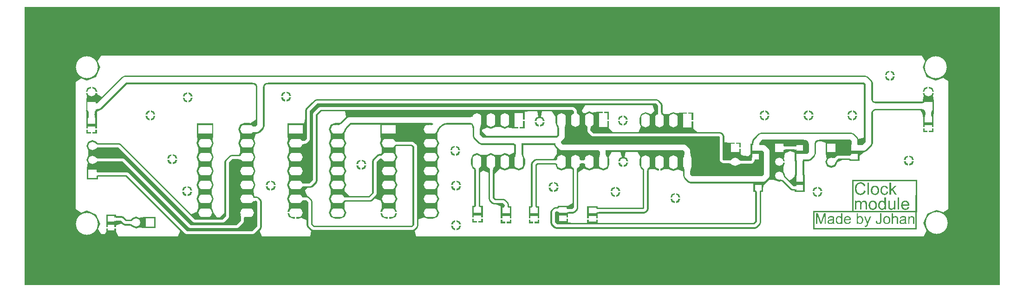
<source format=gbr>
%FSDAX33Y33*%
%MOMM*%
%SFA1B1*%

%IPPOS*%
%AMD1002*
%
%ADD20R,1.300000X1.000001*%
%ADD21R,1.400000X1.100000*%
%ADD22C,0.499999*%
%ADD23C,1.000001*%
%ADD24C,1.500000*%
%ADD25R,1.500000X1.500000*%
%ADD26O,1.599999X2.500000*%
%ADD27R,1.599999X2.500000*%
%ADD28O,2.500000X1.599999*%
%ADD29R,2.500000X1.599999*%
%ADD30C,1.270000*%
%ADD31C,4.000000*%
%LNfilm2-1*%
%LPD*%
G36*
X177800Y050800D02*
X000000D01*
Y000000*
X177800*
Y050800*
G37*
%LNfilm2-2*%
%LPC*%
G36*
X051178Y018037D02*
X051057Y018035D01*
X050852Y018015*
X050768Y017998*
X050698Y017975*
X050640Y017948*
X050594Y017916*
X050562Y017879*
X050542Y017837*
X050535Y017789*
X050550Y018786*
X050556Y018738*
X050574Y018696*
X050606Y018659*
X050650Y018627*
X050707Y018600*
X050777Y018577*
X050859Y018560*
X050955Y018547*
X051063Y018540*
X051184Y018537*
X051178Y018037*
G37*
G36*
X100707Y031825D02*
X100709Y031717D01*
X100724Y031536*
X100736Y031462*
X100753Y031400*
X100773Y031349*
X100797Y031309*
X100824Y031281*
X100856Y031264*
X100890Y031258*
X100024*
X100059Y031264*
X100090Y031281*
X100117Y031309*
X100141Y031349*
X100161Y031400*
X100178Y031462*
X100191Y031536*
X100200Y031621*
X100207Y031825*
X100707*
G37*
G36*
X038827Y023490D02*
X038948Y023493D01*
X039148Y023513*
X039227Y023530*
X039292Y023553*
X039344Y023580*
X039381Y023612*
X039405Y023650*
X039414Y023692*
X039410Y023739*
X039637Y022743*
X039620Y022790*
X039591Y022832*
X039549Y022869*
X039495Y022901*
X039430Y022929*
X039352Y022951*
X039262Y022968*
X039160Y022981*
X039045Y022988*
X038919Y022990*
X038827Y023490*
G37*
G36*
X013552Y025149D02*
X013482Y025147D01*
X013414Y025138*
X013348Y025125*
X013283Y025105*
X013220Y025081*
X013159Y025050*
X013099Y025015*
X013041Y024973*
X012985Y024927*
X012930Y024874*
Y025924*
X012985Y025872*
X013041Y025825*
X013099Y025784*
X013159Y025748*
X013220Y025718*
X013283Y025693*
X013348Y025674*
X013414Y025660*
X013482Y025652*
X013552Y025649*
Y025149*
G37*
G36*
X051178Y015497D02*
X051057Y015495D01*
X050852Y015475*
X050768Y015458*
X050698Y015435*
X050640Y015408*
X050594Y015376*
X050562Y015339*
X050542Y015297*
X050535Y015249*
X050550Y016246*
X050556Y016198*
X050574Y016156*
X050606Y016119*
X050650Y016087*
X050707Y016060*
X050777Y016037*
X050859Y016020*
X050955Y016007*
X051063Y016000*
X051184Y015997*
X051178Y015497*
G37*
G36*
X068112Y025667D02*
X067990Y025664D01*
X067786Y025644*
X067703Y025627*
X067633Y025605*
X067575Y025577*
X067531Y025545*
X067499Y025508*
X067480Y025466*
X067473Y025419*
Y026415*
X067480Y026368*
X067499Y026326*
X067531Y026288*
X067575Y026256*
X067633Y026229*
X067703Y026206*
X067786Y026189*
X067882Y026177*
X067990Y026169*
X068112Y026167*
Y025667*
G37*
G36*
X042214Y015370D02*
X042087Y015368D01*
X041871Y015348*
X041781Y015331*
X041703Y015309*
X041637Y015281*
X041584Y015249*
X041542Y015212*
X041513Y015170*
X041495Y015123*
X041723Y016119*
X041719Y016072*
X041728Y016030*
X041752Y015992*
X041789Y015960*
X041840Y015933*
X041906Y015910*
X041985Y015893*
X042078Y015880*
X042185Y015873*
X042306Y015870*
X042214Y015370*
G37*
G36*
X013642Y020069D02*
X013546Y020067D01*
X013461Y020059*
X013385Y020047*
X013320Y020029*
X013264Y020007*
X013219Y019979*
X013184Y019947*
X013159Y019909*
X013144Y019867*
X013139Y019820*
Y020819*
X013144Y020772*
X013159Y020729*
X013184Y020692*
X013219Y020659*
X013264Y020632*
X013320Y020609*
X013385Y020592*
X013461Y020579*
X013546Y020572*
X013642Y020569*
Y020069*
G37*
G36*
X138885Y024780D02*
X138790Y024778D01*
X138704Y024770*
X138629Y024758*
X138563Y024740*
X138508Y024718*
X138463Y024690*
X138428Y024658*
X138402Y024620*
X138387Y024578*
X138382Y024530*
Y025530*
X138387Y025483*
X138402Y025440*
X138428Y025403*
X138463Y025370*
X138508Y025343*
X138563Y025320*
X138629Y025303*
X138704Y025290*
X138790Y025283*
X138885Y025280*
Y024780*
G37*
G36*
X140214Y025280D02*
X140309Y025283D01*
X140394Y025290*
X140469Y025302*
X140534Y025320*
X140589Y025342*
X140634Y025369*
X140669Y025401*
X140694Y025438*
X140709Y025480*
X140714Y025527*
Y024533*
X140709Y024580*
X140694Y024622*
X140669Y024659*
X140634Y024691*
X140589Y024718*
X140534Y024741*
X140469Y024758*
X140394Y024770*
X140309Y024778*
X140214Y024780*
Y025280*
G37*
G36*
X096616Y022769D02*
X096713Y022772D01*
X096799Y022779*
X096875Y022792*
X096941Y022809*
X096997Y022832*
X097043Y022859*
X097079Y022892*
X097104Y022929*
X097119Y022972*
X097124Y023019*
Y022020*
X097119Y022067*
X097104Y022110*
X097079Y022147*
X097043Y022180*
X096997Y022207*
X096941Y022230*
X096875Y022247*
X096799Y022260*
X096713Y022267*
X096616Y022269*
Y022769*
G37*
G36*
X093163Y014648D02*
X093165Y014553D01*
X093173Y014467*
X093185Y014392*
X093203Y014326*
X093225Y014271*
X093253Y014226*
X093285Y014191*
X093323Y014165*
X093365Y014150*
X093413Y014145*
X092413*
X092460Y014150*
X092503Y014165*
X092540Y014191*
X092573Y014226*
X092600Y014271*
X092623Y014326*
X092640Y014392*
X092653Y014467*
X092660Y014553*
X092663Y014648*
X093163*
G37*
G36*
X100207Y020813D02*
X100205Y020934D01*
X100185Y021138*
X100167Y021221*
X100145Y021292*
X100118Y021349*
X100086Y021394*
X100048Y021426*
X100006Y021445*
X099959Y021451*
X100955*
X100908Y021445*
X100866Y021426*
X100829Y021394*
X100796Y021349*
X100769Y021292*
X100747Y021221*
X100729Y021138*
X100717Y021042*
X100710Y020934*
X100707Y020813*
X100207*
G37*
G36*
X101758Y022269D02*
X101661Y022267D01*
X101575Y022260*
X101499Y022247*
X101433Y022230*
X101377Y022207*
X101331Y022180*
X101296Y022147*
X101270Y022110*
X101255Y022067*
X101250Y022020*
Y023019*
X101255Y022972*
X101270Y022929*
X101296Y022892*
X101331Y022859*
X101377Y022832*
X101433Y022809*
X101499Y022792*
X101575Y022779*
X101661Y022772*
X101758Y022769*
Y022269*
G37*
G36*
X101696Y022769D02*
X101793Y022772D01*
X101879Y022779*
X101955Y022792*
X102021Y022809*
X102077Y022832*
X102123Y022859*
X102159Y022892*
X102184Y022929*
X102199Y022972*
X102204Y023019*
Y022020*
X102199Y022067*
X102184Y022110*
X102159Y022147*
X102123Y022180*
X102077Y022207*
X102021Y022230*
X101955Y022247*
X101879Y022260*
X101793Y022267*
X101696Y022269*
Y022769*
G37*
G36*
X133547Y016780D02*
X133545Y016875D01*
X133537Y016960*
X133525Y017035*
X133507Y017100*
X133485Y017155*
X133457Y017200*
X133425Y017235*
X133387Y017260*
X133345Y017275*
X133297Y017280*
X134297*
X134250Y017275*
X134207Y017260*
X134170Y017235*
X134137Y017200*
X134110Y017155*
X134087Y017100*
X134070Y017035*
X134057Y016960*
X134050Y016875*
X134047Y016780*
X133547*
G37*
G36*
X096959Y013965D02*
X097055Y013968D01*
X097140Y013975*
X097216Y013988*
X097281Y014005*
X097336Y014028*
X097382Y014055*
X097417Y014088*
X097442Y014125*
X097457Y014168*
X097462Y014215*
Y013216*
X097457Y013263*
X097442Y013305*
X097417Y013343*
X097382Y013375*
X097336Y013403*
X097281Y013425*
X097216Y013443*
X097140Y013455*
X097055Y013463*
X096959Y013465*
Y013965*
G37*
G36*
X099353Y013338D02*
X099258Y013337D01*
X099098Y013322*
X099033Y013309*
X098978Y013293*
X098933Y013273*
X098898Y013249*
X098873Y013222*
X098858Y013191*
X098853Y013157*
X098850Y014088*
X098855Y014041*
X098870Y013998*
X098896Y013961*
X098931Y013928*
X098976Y013901*
X099032Y013878*
X099097Y013861*
X099172Y013848*
X099258Y013841*
X099353Y013838*
Y013338*
G37*
G36*
X058798Y015497D02*
X058677Y015495D01*
X058472Y015475*
X058388Y015458*
X058318Y015435*
X058260Y015408*
X058214Y015376*
X058182Y015339*
X058162Y015297*
X058155Y015249*
X058170Y016246*
X058176Y016198*
X058194Y016156*
X058226Y016119*
X058270Y016087*
X058327Y016060*
X058397Y016037*
X058479Y016020*
X058575Y016007*
X058683Y016000*
X058804Y015997*
X058798Y015497*
G37*
G36*
X064728Y023627D02*
X064833Y023629D01*
X065010Y023643*
X065082Y023655*
X065143Y023670*
X065193Y023690*
X065232Y023712*
X065259Y023739*
X065276Y023768*
X065282Y023801*
Y022952*
X065276Y022985*
X065259Y023015*
X065232Y023041*
X065193Y023064*
X065143Y023083*
X065082Y023099*
X065010Y023111*
X064927Y023120*
X064728Y023127*
Y023627*
G37*
G36*
X148184Y022913D02*
X148139Y022865D01*
X148096Y022814*
X148056Y022759*
X148018Y022702*
X147984Y022641*
X147952Y022578*
X147923Y022512*
X147873Y022370*
X147852Y022294*
X147324Y023202*
X147392Y023186*
X147459Y023178*
X147524Y023177*
X147587Y023182*
X147649Y023195*
X147708Y023216*
X147767Y023243*
X147823Y023277*
X147878Y023318*
X147931Y023367*
X148184Y022913*
G37*
G36*
X150207Y023617D02*
X150303Y023620D01*
X150388Y023627*
X150464Y023640*
X150529Y023657*
X150584Y023680*
X150630Y023707*
X150665Y023740*
X150690Y023777*
X150705Y023820*
X150711Y023867*
X150707Y022933*
X150702Y022968*
X150687Y023000*
X150662Y023027*
X150627Y023051*
X150582Y023071*
X150527Y023088*
X150462Y023101*
X150387Y023110*
X150302Y023116*
X150207Y023117*
Y023617*
G37*
G36*
X113018Y020700D02*
X113015Y020821D01*
X112995Y021025*
X112978Y021108*
X112956Y021179*
X112928Y021236*
X112896Y021281*
X112859Y021313*
X112817Y021332*
X112770Y021338*
X113766*
X113719Y021332*
X113676Y021313*
X113639Y021281*
X113607Y021236*
X113580Y021179*
X113557Y021108*
X113540Y021025*
X113528Y020929*
X113520Y020821*
X113518Y020700*
X113018*
G37*
G36*
X104750Y013338D02*
X104654Y013336D01*
X104569Y013328*
X104493Y013316*
X104428Y013298*
X104372Y013276*
X104327Y013248*
X104292Y013216*
X104267Y013178*
X104252Y013136*
X104247Y013089*
Y014088*
X104252Y014041*
X104267Y013998*
X104292Y013961*
X104327Y013928*
X104372Y013901*
X104428Y013878*
X104493Y013861*
X104569Y013848*
X104654Y013841*
X104750Y013838*
Y013338*
G37*
G36*
X138444Y019050D02*
X138391Y019099D01*
X138336Y019140*
X138280Y019174*
X138222Y019201*
X138162Y019222*
X138100Y019235*
X138037Y019240*
X137972Y019239*
X137905Y019231*
X137837Y019215*
X138365Y020123*
X138386Y020047*
X138436Y019905*
X138465Y019839*
X138497Y019776*
X138532Y019715*
X138569Y019658*
X138609Y019603*
X138652Y019552*
X138697Y019504*
X138444Y019050*
G37*
G36*
X140214Y018027D02*
X140309Y018030D01*
X140394Y018037*
X140469Y018049*
X140534Y018067*
X140589Y018089*
X140634Y018116*
X140669Y018148*
X140694Y018185*
X140709Y018227*
X140714Y018274*
Y017280*
X140709Y017327*
X140694Y017369*
X140669Y017406*
X140634Y017438*
X140589Y017465*
X140534Y017488*
X140469Y017505*
X140394Y017517*
X140309Y017525*
X140214Y017527*
Y018027*
G37*
G36*
X039495Y012011D02*
X039494Y012142D01*
X039466Y012574*
X039453Y012660*
X039419Y012803*
X039399Y012861*
X039376Y012910*
X040245Y012419*
X040198Y012440*
X040155Y012445*
X040118Y012434*
X040085Y012408*
X040058Y012367*
X040035Y012310*
X040018Y012238*
X040005Y012150*
X039998Y012047*
X039995Y011928*
X039495Y012011*
G37*
G36*
X013552Y022609D02*
X013482Y022607D01*
X013414Y022598*
X013348Y022585*
X013283Y022565*
X013220Y022541*
X013159Y022510*
X013099Y022475*
X013041Y022433*
X012985Y022387*
X012930Y022334*
Y023384*
X012985Y023332*
X013041Y023285*
X013099Y023244*
X013159Y023208*
X013220Y023178*
X013283Y023153*
X013348Y023134*
X013414Y023120*
X013482Y023112*
X013552Y023109*
Y022609*
G37*
G36*
X051212Y025784D02*
X051091Y025782D01*
X050890Y025762*
X050810Y025745*
X050744Y025722*
X050692Y025695*
X050654Y025663*
X050629Y025625*
X050618Y025583*
X050621Y025536*
X050426Y026532*
X050442Y026485*
X050470Y026443*
X050510Y026406*
X050562Y026374*
X050627Y026346*
X050703Y026324*
X050792Y026307*
X050893Y026294*
X051006Y026287*
X051131Y026284*
X051212Y025784*
G37*
G36*
X116058Y031733D02*
X116060Y031612D01*
X116080Y031408*
X116097Y031325*
X116120Y031254*
X116147Y031197*
X116179Y031152*
X116216Y031120*
X116259Y031101*
X116306Y031095*
X115310*
X115357Y031101*
X115399Y031120*
X115436Y031152*
X115468Y031197*
X115496Y031254*
X115518Y031325*
X115535Y031408*
X115548Y031504*
X115555Y031612*
X115558Y031733*
X116058*
G37*
G36*
X084916Y020783D02*
X084913Y020905D01*
X084893Y021106*
X084876Y021186*
X084854Y021253*
X084826Y021306*
X084794Y021346*
X084757Y021371*
X084714Y021384*
X084667Y021382*
X085663Y021546*
X085616Y021532*
X085574Y021506*
X085537Y021467*
X085505Y021416*
X085478Y021353*
X085455Y021277*
X085438Y021189*
X085426Y021090*
X085418Y020977*
X085416Y020853*
X084916Y020783*
G37*
G36*
X088059Y014648D02*
X088062Y014553D01*
X088069Y014467*
X088082Y014392*
X088099Y014326*
X088122Y014271*
X088149Y014226*
X088182Y014191*
X088219Y014165*
X088262Y014150*
X088309Y014145*
X087309*
X087357Y014150*
X087399Y014165*
X087437Y014191*
X087469Y014226*
X087497Y014271*
X087519Y014326*
X087537Y014392*
X087549Y014467*
X087557Y014553*
X087559Y014648*
X088059*
G37*
G36*
X128461Y022728D02*
X128531Y022731D01*
X128599Y022739*
X128665Y022753*
X128730Y022772*
X128793Y022797*
X128854Y022827*
X128914Y022863*
X128972Y022904*
X129028Y022951*
X129083Y023003*
Y021953*
X129028Y022006*
X128972Y022052*
X128914Y022094*
X128854Y022129*
X128793Y022160*
X128730Y022184*
X128665Y022204*
X128599Y022217*
X128531Y022226*
X128461Y022228*
Y022728*
G37*
G36*
X130766Y022202D02*
X130696Y022199D01*
X130629Y022191*
X130562Y022178*
X130497Y022159*
X130433Y022135*
X130371Y022106*
X130310Y022071*
X130250Y022031*
X130192Y021986*
X130135Y021935*
X130172Y022984*
X130225Y022931*
X130279Y022883*
X130335Y022840*
X130394Y022804*
X130454Y022773*
X130516Y022747*
X130580Y022728*
X130646Y022713*
X130714Y022705*
X130784Y022702*
X130766Y022202*
G37*
G36*
X102696Y028448D02*
X102693Y028571D01*
X102673Y028779*
X102656Y028864*
X102634Y028937*
X102606Y028997*
X102574Y029045*
X102537Y029080*
X102495Y029103*
X102448Y029113*
X103444Y029029*
X103397Y029027*
X103354Y029011*
X103317Y028983*
X103285Y028941*
X103258Y028887*
X103235Y028819*
X103218Y028738*
X103206Y028644*
X103198Y028537*
X103196Y028417*
X102696Y028448*
G37*
G36*
X082326Y020797D02*
X082323Y020917D01*
X082303Y021118*
X082286Y021199*
X082264Y021267*
X082236Y021322*
X082204Y021364*
X082167Y021392*
X082125Y021408*
X082078Y021410*
X083074Y021492*
X083027Y021482*
X082984Y021459*
X082947Y021424*
X082915Y021376*
X082888Y021316*
X082865Y021243*
X082848Y021158*
X082836Y021060*
X082828Y020950*
X082826Y020828*
X082326Y020797*
G37*
G36*
X082826Y014750D02*
X082828Y014655D01*
X082836Y014569*
X082848Y014494*
X082866Y014428*
X082888Y014373*
X082916Y014328*
X082948Y014293*
X082986Y014268*
X083028Y014252*
X083076Y014247*
X082076*
X082123Y014252*
X082166Y014268*
X082203Y014293*
X082236Y014328*
X082263Y014373*
X082286Y014428*
X082303Y014494*
X082316Y014569*
X082323Y014655*
X082326Y014750*
X082826*
G37*
G36*
X155373Y033196D02*
Y032196D01*
X155183Y032186*
X155013Y032156*
X154863Y032106*
X154733Y032036*
X154623Y031946*
X154533Y031836*
X154463Y031706*
X154413Y031556*
X154383Y031386*
X154373Y031196*
X153373Y032696*
X154373Y034196*
X154383Y034006*
X154413Y033836*
X154463Y033686*
X154533Y033556*
X154623Y033446*
X154733Y033356*
X154863Y033286*
X155013Y033236*
X155183Y033206*
X155373Y033196*
G37*
G36*
Y032196D01*
X155183Y032186*
X155013Y032156*
X154863Y032106*
X154733Y032036*
X154623Y031946*
X154533Y031836*
X154463Y031706*
X154413Y031556*
X154383Y031386*
X154373Y031196*
X153873Y032696*
X154373Y034196*
X154383Y034006*
X154413Y033836*
X154463Y033686*
X154533Y033556*
X154623Y033446*
X154733Y033356*
X154863Y033286*
X155013Y033236*
X155183Y033206*
X155373Y033196*
G37*
G36*
X143520Y027550D02*
X145020Y026551D01*
X144830Y026540*
X144660Y026510*
X144510Y026460*
X144380Y026390*
X144270Y026300*
X144180Y026190*
X144110Y026060*
X144060Y025910*
X144030Y025740*
X144020Y025550*
X143020*
X143010Y025740*
X142980Y025910*
X142930Y026060*
X142860Y026190*
X142770Y026300*
X142660Y026390*
X142530Y026460*
X142380Y026510*
X142210Y026540*
X142020Y026551*
X143520Y027550*
G37*
G36*
X043002Y037964D02*
X044502Y036965D01*
X044312Y036954*
X044142Y036924*
X043992Y036874*
X043862Y036804*
X043752Y036714*
X043662Y036604*
X043592Y036474*
X043542Y036324*
X043512Y036154*
X043502Y035964*
X042502*
X042492Y036154*
X042462Y036324*
X042412Y036474*
X042342Y036604*
X042252Y036714*
X042142Y036804*
X042012Y036874*
X041862Y036924*
X041692Y036954*
X041502Y036965*
X043002Y037964*
G37*
G36*
X042416Y027957D02*
X042250Y027956D01*
X041681Y027922*
X041620Y027910*
X041576Y027895*
X041550Y027879*
X041541Y027860*
Y029053*
X041550Y029035*
X041576Y029018*
X041620Y029004*
X041681Y028991*
X041760Y028981*
X041970Y028965*
X042416Y028957*
Y027957*
G37*
G36*
X059044Y029249D02*
X058926Y029128D01*
X058629Y028780*
X058548Y028668*
X058415Y028454*
X058362Y028350*
X058318Y028249*
X058284Y028150*
X056931Y029255*
X057015Y029205*
X057111Y029181*
X057220Y029185*
X057342Y029215*
X057476Y029272*
X057623Y029355*
X057783Y029466*
X057955Y029602*
X058139Y029766*
X058337Y029956*
X059044Y029249*
G37*
G36*
X013538Y032139D02*
X013012Y032115D01*
Y033162*
X013017Y033157*
X013033Y033153*
X013059Y033150*
X013143Y033144*
X013538Y033138*
Y032139*
G37*
G36*
X011768Y030892D02*
X011765Y031082D01*
X011728Y031532*
X011706Y031642*
X011679Y031732*
X011647Y031802*
X011610Y031852*
X011568Y031882*
X011521Y031892*
X013015*
X012968Y031882*
X012926Y031852*
X012889Y031802*
X012857Y031732*
X012829Y031642*
X012807Y031532*
X012790Y031402*
X012770Y031082*
X012768Y030892*
X011768*
G37*
G36*
X164295D02*
X164292Y031082D01*
X164255Y031532*
X164233Y031642*
X164206Y031732*
X164174Y031802*
X164137Y031852*
X164095Y031882*
X164048Y031892*
X165542*
X165495Y031882*
X165453Y031852*
X165416Y031802*
X165384Y031732*
X165356Y031642*
X165334Y031532*
X165317Y031402*
X165297Y031082*
X165295Y030892*
X164295*
G37*
G36*
X163048Y033196D02*
X163238Y033197D01*
X163688Y033226*
X163798Y033243*
X163888Y033264*
X163958Y033289*
X164008Y033317*
X164038Y033349*
X164048Y033385*
Y031892*
X164038Y031949*
X164008Y032001*
X163958Y032047*
X163888Y032086*
X163798Y032120*
X163688Y032147*
X163558Y032168*
X163408Y032183*
X163048Y032196*
Y033196*
G37*
G36*
X120388Y020336D02*
X120385Y020505D01*
X120349Y020962*
X120328Y021097*
X120270Y021343*
X120234Y021454*
X120193Y021556*
X120148Y021650*
X121628*
X121582Y021556*
X121541Y021454*
X121505Y021343*
X121474Y021224*
X121426Y020962*
X121409Y020818*
X121390Y020505*
X121388Y020336*
X120388*
G37*
G36*
X121388Y024477D02*
X121390Y024308D01*
X121426Y023851*
X121448Y023716*
X121505Y023470*
X121541Y023359*
X121582Y023257*
X121628Y023163*
X120148*
X120193Y023257*
X120234Y023359*
X120270Y023470*
X120301Y023589*
X120349Y023851*
X120366Y023995*
X120385Y024308*
X120388Y024477*
X121388*
G37*
G36*
X105922Y024560D02*
X105925Y024404D01*
X105948Y024119*
X105967Y023991*
X105992Y023872*
X106023Y023762*
X106060Y023661*
X106102Y023570*
X106150Y023487*
X106203Y023414*
X104797Y023276*
X104821Y023330*
X104842Y023399*
X104861Y023482*
X104877Y023580*
X104902Y023820*
X104917Y024119*
X104922Y024477*
X105922Y024560*
G37*
G36*
X097493Y028013D02*
X097490Y028194D01*
X097454Y028660*
X097432Y028790*
X097406Y028906*
X097374Y029010*
X097338Y029101*
X097297Y029179*
X097251Y029245*
X098657Y029383*
X098626Y029315*
X098598Y029235*
X098573Y029142*
X098552Y029036*
X098519Y028786*
X098499Y028486*
X098493Y028135*
X097493Y028013*
G37*
G36*
X090619Y024612D02*
X090621Y024448D01*
X090643Y024140*
X090661Y023997*
X090715Y023729*
X090749Y023606*
X090789Y023489*
X090835Y023379*
X090886Y023276*
X089406*
X089446Y023361*
X089482Y023455*
X089514Y023559*
X089542Y023674*
X089585Y023932*
X089600Y024076*
X089619Y024568*
X090619Y024612*
G37*
G36*
X082026Y028069D02*
X082023Y028238D01*
X081987Y028695*
X081966Y028830*
X081908Y029076*
X081872Y029187*
X081831Y029289*
X081786Y029383*
X083266*
X083220Y029289*
X083179Y029187*
X083143Y029076*
X083112Y028957*
X083064Y028695*
X083047Y028551*
X083028Y028238*
X083026Y028069*
X082026*
G37*
G36*
X080730Y030639D02*
X080961Y030644D01*
X081351Y030684*
X081510Y030719*
X081644Y030764*
X081753Y030819*
X081839Y030884*
X081900Y030958*
X081936Y031043*
X081948Y031138*
Y029141*
X081936Y029236*
X081900Y029321*
X081839Y029395*
X081753Y029460*
X081644Y029515*
X081510Y029560*
X081351Y029595*
X081169Y029620*
X080961Y029635*
X080730Y029639*
Y030639*
G37*
G36*
X075974Y029249D02*
X075857Y029128D01*
X075559Y028780*
X075478Y028668*
X075345Y028454*
X075292Y028350*
X075249Y028249*
X075215Y028150*
X073861Y029255*
X073945Y029205*
X074042Y029181*
X074151Y029185*
X074272Y029215*
X074407Y029272*
X074554Y029355*
X074713Y029466*
X074885Y029602*
X075070Y029766*
X075267Y029956*
X075974Y029249*
G37*
G36*
X140861Y021933D02*
X140859Y022123D01*
X140824Y022683*
X140808Y022773*
X140789Y022843*
X140767Y022893*
X140742Y022923*
X140714Y022933*
X142008*
X141980Y022923*
X141955Y022893*
X141933Y022843*
X141914Y022773*
X141897Y022683*
X141884Y022573*
X141867Y022293*
X141861Y021933*
X140861*
G37*
G36*
X141861Y020874D02*
X141862Y020684D01*
X141897Y020124*
X141914Y020034*
X141933Y019964*
X141955Y019914*
X141980Y019884*
X142008Y019874*
X140714*
X140742Y019884*
X140767Y019914*
X140789Y019964*
X140808Y020034*
X140824Y020124*
X140837Y020234*
X140855Y020514*
X140861Y020874*
X141861*
G37*
G36*
X133935Y026174D02*
X133932Y025527D01*
X132788Y025524*
X132816Y025531*
X132841Y025550*
X132863Y025583*
X132882Y025628*
X132898Y025687*
X132911Y025758*
X132922Y025843*
X132933Y026051*
X132935Y026174*
X133935*
G37*
G36*
X151833Y026465D02*
X151834Y026287D01*
X151875Y025762*
X151893Y025677*
X151915Y025611*
X151941Y025565*
X151969Y025536*
X152001Y025527*
X150707*
X150731Y025536*
X150753Y025565*
X150771Y025611*
X150788Y025677*
X150801Y025762*
X150813Y025865*
X150831Y026287*
X150833Y026465*
X151833*
G37*
G36*
X165295Y031760D02*
X165297Y031570D01*
X165326Y031120*
X165344Y031010*
X165366Y030920*
X165391Y030850*
X165421Y030800*
X165454Y030770*
X165492Y030760*
X164098*
X164135Y030770*
X164169Y030800*
X164198Y030850*
X164224Y030920*
X164245Y031010*
X164263Y031120*
X164277Y031250*
X164293Y031570*
X164295Y031760*
X165295*
G37*
G36*
X012768Y031506D02*
X012770Y031316D01*
X012799Y030866*
X012817Y030756*
X012839Y030666*
X012864Y030596*
X012894Y030546*
X012927Y030516*
X012965Y030506*
X011571*
X011608Y030516*
X011642Y030546*
X011671Y030596*
X011697Y030666*
X011718Y030756*
X011736Y030866*
X011750Y030996*
X011766Y031316*
X011768Y031506*
X012768*
G37*
G36*
X076158Y030639D02*
X077365Y029639D01*
X077168Y029632*
X076976Y029611*
X076791Y029576*
X076612Y029526*
X076438Y029463*
X076270Y029385*
X076108Y029293*
X075952Y029187*
X075802Y029067*
X075658Y028932*
X074243*
X074368Y029067*
X074458Y029187*
X074514Y029293*
X074536Y029385*
X074524Y029463*
X074477Y029526*
X074397Y029576*
X074282Y029611*
X074133Y029632*
X073950Y029639*
X076158Y030639*
G37*
G36*
X153057Y036541D02*
Y032696D01*
Y026886*
X152057Y026687*
X151910Y027042*
X151324Y027628*
X150747Y027867*
X134311*
X133734Y027628*
X132858Y026751*
X132619Y026174*
Y025784*
X132381*
Y025184*
Y024276*
Y023980*
X131982Y023537*
X130794Y023711*
X130618Y023990*
X130622Y024014*
Y024232*
Y024891*
X129618*
Y025018*
X129491*
Y026022*
X128621*
X128614*
X127621Y026039*
Y027139*
X127461Y027524*
X127169Y027817*
X126783Y027977*
X122716*
X121942Y028523*
Y028977*
Y029900*
X120888*
Y030027*
X120761*
Y031531*
X120134*
X119834*
X118834Y031416*
X118348Y031617*
X117674Y031338*
X117541Y031283*
X116614*
X116366Y031386*
X116364Y031395*
X116353Y031444*
Y032857*
X116193Y033243*
X115650Y033786*
X115265Y033946*
X053289*
X052903Y033786*
X052550Y033433*
X052464Y033397*
X051379Y032313*
X051219Y031927*
Y030411*
X050978Y029511*
X050219*
X047970*
Y027703*
Y027403*
X048085Y026403*
X047883Y025917*
X048163Y025243*
X048218Y025110*
Y024183*
X048163Y024051*
X047883Y023377*
X048163Y022703*
X048218Y022570*
Y021643*
X048163Y021511*
X047883Y020837*
X048163Y020163*
X048218Y020030*
Y019103*
X048163Y018971*
X047883Y018297*
X048163Y017623*
X048218Y017490*
Y016563*
X048163Y016431*
X047883Y015757*
X048163Y015083*
X048218Y014950*
Y014023*
X048163Y013891*
X047936Y013344*
X049474*
Y013217*
X049601*
Y012076*
X049924*
X050473Y012303*
X051473Y011846*
Y010922*
X051633Y010536*
X052268Y009901*
X052291Y009891*
X052092Y008891*
X043284*
X042870Y009891*
X043133Y010155*
X043293Y010541*
Y015240*
X043133Y015625*
X042752Y016006*
X042367Y016166*
X042023*
X041984Y016174*
X041962Y016228*
X041956Y016265*
X041943Y016274*
X041935Y016294*
X041934Y016295*
X041934Y016295*
X041878Y016431*
X041823Y017374*
Y017490*
X041878Y017623*
X042157Y018297*
X041878Y018971*
X041823Y019103*
Y020030*
X041878Y020163*
X042157Y020837*
X041878Y021511*
X041823Y021643*
Y022570*
X041878Y022703*
X042157Y023377*
X041878Y024051*
X041823Y024183*
Y025110*
X041878Y025243*
X042157Y025917*
X041878Y026591*
X041871Y026680*
X042212Y027641*
X042416*
X042993Y027880*
X043579Y028465*
X043818Y029043*
Y036283*
X043845Y036365*
X043891Y036451*
X043947Y036519*
X044015Y036575*
X044101Y036621*
X044183Y036648*
X152949*
X153057Y036541*
G37*
G36*
X164231Y040908D02*
X163752Y039751D01*
X164467Y038025*
X166192Y037311*
X167476Y037843*
X168476Y037278*
Y013902*
X167476Y013263*
X166319Y013742*
X164594Y013028*
X163879Y011303*
X164464Y009891*
X163973Y008891*
X071376*
X071178Y009891*
X071200Y009901*
X071708Y010409*
X071868Y010795*
Y012003*
X072868Y012369*
X073575Y012076*
X074475*
X075282Y012410*
X075616Y013217*
X075337Y013891*
X075282Y014023*
Y014950*
X075337Y015083*
X075616Y015757*
X075337Y016431*
X075282Y016563*
Y017490*
X075337Y017623*
X075616Y018297*
X075337Y018971*
X075282Y019103*
Y020030*
X075337Y020163*
X075616Y020837*
X075337Y021511*
X075282Y021643*
Y022570*
X075337Y022703*
X075616Y023377*
X075337Y024051*
X075282Y024183*
Y025110*
X075337Y025243*
X075616Y025917*
X075337Y026591*
X075282Y026723*
Y026839*
X075337Y027783*
X075414Y027969*
X075428Y027977*
X075442Y028024*
X075474Y028060*
X075505Y028150*
X075541Y028233*
X075585Y028319*
X075707Y028515*
X075758Y028586*
X076185Y029013*
X076254Y029059*
X076396Y029140*
X076543Y029209*
X076696Y029264*
X076853Y029308*
X076935Y029323*
X081305*
X081436Y029294*
X081538Y029260*
X081540Y029259*
X081580Y029178*
X081613Y029093*
X081643Y029002*
X081696Y028777*
X081710Y028691*
Y027278*
X081949Y026700*
X082811Y025838*
X083388Y025599*
X089146*
X089303Y025442*
Y024193*
X088420Y023832*
X088333Y023825*
X088316Y023826*
X088269Y023836*
X088264Y023838*
X087606Y024110*
X086932Y023831*
X086799Y023776*
X085872*
X085739Y023831*
X085066Y024110*
X084392Y023831*
X084259Y023776*
X083332*
X083199Y023831*
X082526Y024110*
X081719Y023776*
X081385Y022970*
Y022069*
X081719Y021263*
X082016Y021140*
X082020Y021127*
X082030Y021081*
Y014537*
X082025Y014516*
X082021Y014507*
X081672*
Y012899*
Y012330*
X083580*
Y012899*
Y014507*
X083130*
X083127Y014516*
X083121Y014537*
Y020543*
X083678Y020940*
X084620Y020479*
Y015748*
X084780Y015362*
X085288Y014854*
X085674Y014694*
X085975*
X086855Y014405*
Y012797*
Y012228*
X088763*
Y012797*
Y014405*
X088364*
X088361Y014414*
X088355Y014435*
Y014755*
X088195Y015141*
X087710Y015625*
X087325Y015785*
X085900*
X085711Y015973*
Y020330*
X086666Y021263*
X086799*
X086932Y021208*
X087606Y020929*
X088279Y021208*
X088412Y021263*
X089339*
X089472Y021208*
X090028Y020977*
X090146Y020929*
X090952Y021263*
X091286Y022069*
Y022970*
X091160Y023275*
X091160Y023276*
X091136Y023334*
X091132Y023397*
X091086Y023492*
X091047Y023586*
X091012Y023688*
X090982Y023794*
X090935Y024031*
Y025599*
X096596*
X096781Y025154*
X097086Y024849*
X097107Y023945*
X096474Y023065*
X093335*
X092949Y022905*
X092527Y022483*
X092367Y022098*
Y014435*
X092362Y014414*
X092358Y014405*
X091949*
Y012797*
Y012228*
X093857*
Y012797*
Y014405*
X093467*
X093464Y014414*
X093458Y014435*
Y021872*
X093561Y021974*
X096816*
X097062Y021380*
X097110Y021263*
X097917Y020929*
X098591Y021208*
X098724Y021263*
X099650*
X099898Y021160*
X099901Y021151*
X099912Y021102*
Y014987*
X099110Y014507*
X097202*
Y014270*
X097193Y014267*
X097172Y014261*
X096850*
X096464Y014101*
X096083Y013720*
X095923Y013335*
Y011303*
X096083Y010917*
X096557Y010442*
X096943Y010282*
X133205*
X133591Y010442*
X134183Y011034*
X134343Y011420*
Y016992*
X134348Y017012*
X134352Y017021*
X134356Y017023*
X134699*
Y017637*
X134721Y018085*
X135322Y018800*
X135510Y018988*
X135760Y019238*
X136587Y019234*
X136870Y019170*
X136896Y019159*
X137638Y018852*
X137877Y018951*
X137898Y018947*
X137953Y018960*
X137992Y018965*
X138027Y018965*
X138059Y018962*
X138090Y018956*
X138119Y018946*
X138140Y018936*
X139685Y017391*
X140070Y017232*
X140427*
X140447Y017226*
X140456Y017223*
X140457Y017221*
Y017023*
X140714Y017005*
X140721Y017008*
X140743Y017007*
X140773Y017023*
X142265*
Y017623*
X142265Y018531*
Y019131*
Y019779*
X142267Y019781*
X142266Y019835*
X142283Y019874*
X142265Y020131*
X142177Y020219*
Y022614*
X142934*
X143511Y022853*
X144097Y023439*
X144336Y024016*
Y025869*
X144363Y025951*
X144409Y026037*
X144465Y026105*
X144533Y026161*
X144619Y026207*
X144701Y026234*
X145209*
X146121Y026022*
X146121Y025234*
Y024232*
X146121Y024014*
X146260Y023014*
X146038Y022479*
X146357Y021710*
X147125Y021392*
X147894Y021710*
X148092Y022189*
X148117Y022221*
X148135Y022287*
X148151Y022332*
X148212Y022478*
X149136Y022822*
X150450*
Y022676*
X150707Y022658*
X150717Y022663*
X150746Y022661*
X150772Y022676*
X152258*
Y023644*
X152995Y024214*
X153209Y024303*
X153572Y024453*
X154450Y025330*
X154689Y025907*
Y031515*
X154716Y031596*
X154762Y031682*
X154818Y031750*
X154886Y031806*
X154972Y031852*
X155054Y031879*
X163385*
X163648Y031517*
X163811Y031096*
X163823Y030760*
X163830Y030744*
X163832Y030689*
Y030689*
X163841Y030678*
Y029409*
Y028840*
X165749*
Y029409*
Y030678*
X165757Y030689*
Y030689*
X165760Y030744*
X165767Y030760*
X165799Y031634*
X165817Y031892*
X165809Y031910*
X165811Y031949*
X165799Y031966*
Y033425*
Y033642*
X165659Y034642*
X165829Y035052*
X164795*
X163761*
X163930Y034642*
X163796Y033679*
X163766Y033580*
X163736Y033512*
X155054*
X154972Y033539*
X154886Y033585*
X154818Y033641*
X154762Y033709*
X154716Y033795*
X154689Y033877*
Y036879*
X154450Y037456*
X153864Y038042*
X153287Y038281*
X018364*
X017787Y038042*
X014093Y034348*
X013245Y034914*
X013302Y035052*
X012268*
X011234*
X011403Y034642*
X011264Y033642*
Y033425*
Y031966*
X011252Y031949*
X011253Y031910*
X011246Y031892*
X011264Y031634*
X011314Y030763*
X011296Y030506*
X011306Y030481*
X011305Y030435*
X011314Y030424*
Y029155*
Y028586*
X013222*
Y029155*
Y030424*
X013230Y030435*
X013229Y030481*
X013240Y030506*
X013222Y030763*
X013272Y031634*
X014098Y032054*
X014115Y032061*
X018702Y036648*
X041821*
X041902Y036621*
X041988Y036575*
X042056Y036519*
X042112Y036451*
X042158Y036365*
X042186Y036283*
Y030194*
X041186Y029528*
X041016Y029598*
X040116*
X039310Y029263*
X038975Y028457*
X039255Y027783*
X039310Y027650*
Y026723*
X039255Y026591*
X038975Y025917*
X039255Y025243*
X039310Y025110*
Y024183*
X039255Y024051*
X039198Y023915*
X039198Y023915*
X039198Y023914*
X039190Y023894*
X039177Y023885*
X039171Y023848*
X039149Y023794*
X039110Y023786*
X037795*
X037409Y023626*
X036647Y022864*
X036487Y022479*
Y013176*
X035620Y012350*
X035107Y012380*
X034537Y013217*
X034258Y013891*
X034203Y014023*
Y014950*
X034258Y015083*
X034537Y015757*
X034258Y016431*
X034203Y016563*
Y017490*
X034258Y017623*
X034537Y018297*
X034258Y018971*
X034203Y019103*
Y020030*
X034258Y020163*
X034537Y020837*
X034258Y021511*
X034203Y021643*
Y022570*
X034258Y022703*
X034537Y023377*
X034258Y024051*
X034203Y024183*
Y025110*
X034258Y025243*
X034537Y025917*
X034336Y026403*
X034450Y027403*
Y027703*
Y029511*
X031442*
Y027703*
Y027403*
X031557Y026403*
X031355Y025917*
X031635Y025243*
X031690Y025110*
Y024183*
X031635Y024051*
X031355Y023377*
X031635Y022703*
X031690Y022570*
Y021643*
X031635Y021511*
X031355Y020837*
X031635Y020163*
X031690Y020030*
Y019103*
X031635Y018971*
X031355Y018297*
X031635Y017623*
X031690Y017490*
Y016563*
X031635Y016431*
X031355Y015757*
X031635Y015083*
X031690Y014950*
Y014023*
X031635Y013891*
X031424Y013382*
X030432Y012960*
X017606Y025785*
X017221Y025945*
X013402*
X013373Y025954*
X013332Y025970*
X013291Y025990*
X013250Y026015*
X013217Y026038*
X013163Y026168*
X012395Y026486*
X011626Y026168*
X011308Y025400*
X011626Y024631*
Y023628*
X011308Y022860*
X011530Y022323*
X011391Y021323*
Y021106*
Y019315*
X013399*
Y019765*
X013407Y019768*
X013428Y019774*
X018519*
X028401Y009891*
X027987Y008891*
X017120*
X016728Y009729*
Y009891*
Y010356*
X015824*
X014920*
Y010329*
Y009891*
Y009729*
X014729Y009323*
X014009Y009308*
X013423Y010222*
X013818Y011176*
X013104Y012901*
X011379Y013615*
X010348Y013188*
X009348Y013857*
Y037069*
X010348Y037737*
X011379Y037311*
X013104Y038025*
X013818Y039751*
X013339Y040908*
X013978Y041908*
X163592*
X164231Y040908*
G37*
G36*
X064901Y027703D02*
Y027403D01*
X065015Y026403*
X064814Y025917*
X065093Y025243*
X065148Y025110*
Y024183*
X065042Y023928*
X065025Y023924*
X065016Y023922*
X064728*
X064342Y023763*
X063571Y022991*
X063411Y022606*
Y016862*
X062842Y016293*
X059239*
X058351Y017225*
Y017490*
X058406Y017623*
X058685Y018297*
X058406Y018971*
X058351Y019103*
Y020030*
X058406Y020163*
X058685Y020837*
X058406Y021511*
X058351Y021643*
Y022570*
X058406Y022703*
X058685Y023377*
X058406Y024051*
X058351Y024183*
Y025110*
X058406Y025243*
X058685Y025917*
X058406Y026591*
X058351Y026723*
Y026839*
X058406Y027783*
X058483Y027969*
X058497Y027977*
X058511Y028024*
X058544Y028060*
X058575Y028150*
X058611Y028233*
X058654Y028319*
X058776Y028515*
X058828Y028586*
X059565Y029323*
X064901*
Y027703*
G37*
G36*
X058645Y030739D02*
X058645Y030712D01*
X057624Y029691*
X057619Y029686*
X057490Y029598*
X056644*
X055838Y029263*
X055503Y028457*
X055783Y027783*
X055838Y027650*
Y026723*
X055783Y026591*
X055503Y025917*
X055783Y025243*
X055838Y025110*
Y024183*
X055783Y024051*
X055503Y023377*
X055783Y022703*
X055838Y022570*
Y021643*
X055783Y021511*
X055503Y020837*
X055783Y020163*
X055838Y020030*
Y019103*
X055783Y018971*
X055503Y018297*
X055783Y017623*
X055838Y017490*
Y016563*
X055783Y016431*
X055503Y015757*
X055783Y015083*
X055838Y014950*
Y014023*
X055783Y013891*
X055503Y013217*
X055838Y012410*
X056644Y012076*
X057544*
X058351Y012410*
X058685Y013217*
X058406Y013891*
X058351Y014023*
Y014950*
X058450Y015189*
X058458Y015191*
X058508Y015202*
X063068*
X063453Y015362*
X063890Y015798*
X064945Y015440*
X065093Y015083*
X065148Y014950*
Y014023*
X065093Y013891*
X064867Y013344*
X067943*
X067717Y013891*
X067662Y014023*
Y014950*
X067717Y015083*
X067996Y015757*
X067717Y016431*
X067662Y016563*
Y017490*
X067717Y017623*
X067996Y018297*
X067717Y018971*
X067662Y019103*
Y020030*
X067717Y020163*
X067996Y020837*
X067717Y021511*
X067662Y021643*
Y022570*
X067717Y022703*
X067996Y023377*
X067717Y024051*
X067662Y024183*
Y024299*
X067717Y025243*
X067764Y025358*
X067773Y025361*
X067823Y025371*
X070541*
X070777Y025135*
Y011020*
X070589Y010832*
X052880*
X052564Y011147*
Y015240*
X052404Y015625*
X051896Y016133*
X051616Y016249*
X051370Y016739*
X051194Y017293*
X051579Y017742*
X052146*
X052531Y017902*
X053293Y018664*
X053453Y019050*
Y031016*
X054150Y031712*
X058440*
X058645Y030739*
G37*
G36*
X112323Y023329D02*
X112127Y022857D01*
Y021957*
X112461Y021150*
X112709Y021047*
X112712Y021038*
X112722Y020989*
Y014134*
X104536*
X104515Y014140*
X104507Y014143*
Y014405*
X102599*
Y012797*
Y012228*
X104507*
Y013034*
X104515Y013037*
X104536Y013043*
X112975*
X113361Y013203*
X113653Y013496*
X113813Y013881*
Y020989*
X113824Y021038*
X113826Y021047*
X114074Y021150*
X115001*
X115001*
X115134Y021095*
X115681Y020868*
Y022407*
X115935*
Y020868*
X116481Y021095*
X116614Y021150*
X117541*
X117674Y021095*
X118348Y020816*
X119013Y021091*
X119048Y021101*
X119055Y021102*
X119292Y021089*
X120072Y020760*
Y019963*
X120311Y019386*
X120896Y018800*
X121474Y018561*
X131903*
X132891Y018531*
Y017561*
Y017023*
X133238*
X133243Y017021*
X133246Y017012*
X133252Y016992*
Y011646*
X132979Y011373*
X104507*
Y011974*
X102599*
Y011373*
X100099*
X099110Y011400*
Y012076*
X098156*
Y012330*
X099110*
Y013043*
X100025*
X100410Y013203*
X100843Y013635*
X101003Y014021*
Y020567*
X101950Y021230*
X102323Y021208*
X102997Y020929*
X103671Y021208*
X103804Y021263*
X104730*
X104863Y021208*
X105420Y020977*
X105537Y020929*
X106344Y021263*
X106678Y022069*
Y022970*
X106529Y023329*
X107077Y024294*
X107158Y024329*
X108701*
X108900Y023329*
X108488Y023159*
X108259Y022606*
X110078*
X109849Y023159*
X109438Y023329*
X109636Y024329*
X111821*
X112323Y023329*
G37*
G36*
X140436Y024191D02*
X140457Y023497D01*
Y023028*
X140455Y023026*
X140455Y022973*
X140439Y022933*
X140457Y022676*
X140545Y022588*
Y020131*
X140457*
X140439Y019874*
X139795Y019336*
X139665Y019248*
X139457Y019162*
X138778Y019841*
X138766Y019859*
X138739Y019906*
X138724Y019936*
X138725Y019939*
X138665Y020085*
X138649Y020130*
X138630Y020196*
X138605Y020228*
X138407Y020707*
Y021710*
X138435Y021778*
X138673Y022351*
X137638*
Y022605*
X138673*
X138503Y023014*
X138642Y024014*
X139538Y024485*
X139581*
X140436Y024191*
G37*
G36*
X096827Y030712D02*
X096776Y030590D01*
Y029689*
X097110Y028883*
X097128Y028876*
X097140Y028836*
X097163Y028736*
X097177Y028652*
Y027389*
X097020Y027232*
X084255*
X083443Y028114*
X083469Y028375*
X084349Y028825*
X084369Y028833*
X084400Y028824*
X085066Y028549*
X085872Y028883*
X086799*
X087606Y028549*
X088092Y028750*
X089092Y028635*
X089392*
X090019*
Y030139*
X090146*
Y030266*
X091200*
Y030712*
Y031643*
X092171Y031712*
X093501*
X093689Y030765*
X093448Y030608*
X093248Y030525*
X093019Y029972*
X094838*
X094624Y030489*
X094609Y030525*
Y030525*
X094158Y030712*
X094356Y031712*
X096159*
X096827Y030712*
G37*
G36*
X114890Y031947D02*
X114865Y031796D01*
X114329Y031283*
X114074*
X113941Y031338*
X113268Y031617*
X112461Y031283*
X112127Y030477*
Y029577*
X112375Y028977*
X111947Y027977*
X107318*
X106591Y028635*
Y028977*
Y030012*
X105537*
Y030139*
X105410*
Y031644*
X104784*
X104483*
X103483Y031529*
X102997Y031730*
X102323Y031451*
X102190Y031396*
X102075*
X101885Y031407*
X101629Y031855*
X102210Y032855*
X114526*
X114890Y031947*
G37*
%LNfilm2-3*%
%LPD*%
G36*
X135861Y030861D02*
X135079D01*
Y030078*
X135632Y030307*
X135861Y030861*
G37*
G36*
X134825D02*
X134042D01*
X134271Y030307*
X134825Y030078*
Y030861*
G37*
G36*
X142825D02*
X142042D01*
X142271Y030307*
X142825Y030078*
Y030861*
G37*
G36*
X150825D02*
X150042D01*
X150271Y030307*
X150825Y030078*
Y030861*
G37*
G36*
X143861D02*
X143079D01*
Y030078*
X143632Y030307*
X143861Y030861*
G37*
G36*
X129745Y026022D02*
Y025145D01*
X130622*
Y026022*
X129745*
G37*
G36*
X044780Y018034D02*
X043997D01*
X044226Y017480*
X044780Y017251*
Y018034*
G37*
G36*
X049347Y013090D02*
X047936D01*
X048218Y012410*
X049024Y012076*
X049347*
Y013090*
G37*
G36*
X045816Y018034D02*
X045034D01*
Y017251*
X045587Y017480*
X045816Y018034*
G37*
G36*
X045034Y019070D02*
Y018288D01*
X045816*
X045587Y018841*
X045034Y019070*
G37*
G36*
X044780D02*
X044226Y018841D01*
X043997Y018288*
X044780*
Y019070*
G37*
G36*
X151861Y030861D02*
X151079D01*
Y030078*
X151632Y030307*
X151861Y030861*
G37*
G36*
X047574Y034290D02*
X046791D01*
X047020Y033736*
X047574Y033507*
Y034290*
G37*
G36*
X151079Y031897D02*
Y031115D01*
X151861*
X151632Y031668*
X151079Y031897*
G37*
G36*
X048610Y034290D02*
X047828D01*
Y033507*
X048381Y033736*
X048610Y034290*
G37*
G36*
X047828Y035326D02*
Y034544D01*
X048610*
X048381Y035097*
X047828Y035326*
G37*
G36*
X047574D02*
X047020Y035097D01*
X046791Y034544*
X047574*
Y035326*
G37*
G36*
X150825Y031897D02*
X150271Y031668D01*
X150042Y031115*
X150825*
Y031897*
G37*
G36*
X134825D02*
X134271Y031668D01*
X134042Y031115*
X134825*
Y031897*
G37*
G36*
X121015Y031531D02*
Y030154D01*
X121942*
Y031531*
X121015*
G37*
G36*
X135079Y031897D02*
Y031115D01*
X135861*
X135632Y031668*
X135079Y031897*
G37*
G36*
X143079D02*
Y031115D01*
X143861*
X143632Y031668*
X143079Y031897*
G37*
G36*
X142825D02*
X142271Y031668D01*
X142042Y031115*
X142825*
Y031897*
G37*
G36*
X144729Y017927D02*
Y017145D01*
X145511*
X145282Y017698*
X144729Y017927*
G37*
G36*
X078562Y018034D02*
X077779D01*
X078008Y017480*
X078562Y017251*
Y018034*
G37*
G36*
X079598D02*
X078816D01*
Y017251*
X079369Y017480*
X079598Y018034*
G37*
G36*
X144475Y017927D02*
X143921Y017698D01*
X143692Y017145*
X144475*
Y017927*
G37*
G36*
X030576Y017018D02*
X029794D01*
Y016235*
X030347Y016464*
X030576Y017018*
G37*
G36*
X096342Y017780D02*
X095559D01*
X095788Y017226*
X096342Y016997*
Y017780*
G37*
G36*
X097378D02*
X096596D01*
Y016997*
X097149Y017226*
X097378Y017780*
G37*
G36*
X029540Y018054D02*
X028986Y017825D01*
X028757Y017272*
X029540*
Y018054*
G37*
G36*
X078816Y019070D02*
Y018288D01*
X079598*
X079369Y018841*
X078816Y019070*
G37*
G36*
X161112Y022606D02*
X160329D01*
X160558Y022052*
X161112Y021823*
Y022606*
G37*
G36*
X162148D02*
X161366D01*
Y021823*
X161919Y022052*
X162148Y022606*
G37*
G36*
X078562Y019070D02*
X078008Y018841D01*
X077779Y018288*
X078562*
Y019070*
G37*
G36*
X029794Y018054D02*
Y017272D01*
X030576*
X030347Y017825*
X029794Y018054*
G37*
G36*
X096342Y018816D02*
X095788Y018587D01*
X095559Y018034*
X096342*
Y018816*
G37*
G36*
X096596D02*
Y018034D01*
X097378*
X097149Y018587*
X096596Y018816*
G37*
G36*
X078562Y011831D02*
X078008Y011602D01*
X077779Y011049*
X078562*
Y011831*
G37*
G36*
X078816D02*
Y011049D01*
X079598*
X079369Y011602*
X078816Y011831*
G37*
G36*
X087682Y011974D02*
X086855D01*
Y011297*
X087682*
Y011974*
G37*
G36*
X016728Y012837D02*
X014920D01*
Y012237*
Y011329*
Y010610*
X015824*
X016728*
X016729Y010958*
X017696Y011286*
X017710Y011285*
X017978Y011017*
X018364Y010857*
X019338*
X019367Y010848*
X019408Y010832*
X019449Y010812*
X019490Y010787*
X019523Y010764*
X019577Y010634*
X020345Y010316*
X020881Y010538*
X021881Y010399*
X022098*
X023889*
Y012407*
X022098*
X021881*
X020881Y012267*
X020501Y012425*
X020345Y012489*
X019577Y012171*
X019523Y012041*
X019490Y012018*
X019449Y011993*
X019408Y011973*
X019367Y011957*
X019338Y011948*
X018590*
X018120Y012418*
X017734Y012578*
X016758*
X016737Y012584*
X016728Y012587*
Y012837*
G37*
G36*
X078562Y010795D02*
X077779D01*
X078008Y010241*
X078562Y010012*
Y010795*
G37*
G36*
X079598D02*
X078816D01*
Y010012*
X079369Y010241*
X079598Y010795*
G37*
G36*
X162729Y019231D02*
X150952D01*
Y013554*
X143840*
Y010160*
X162726*
Y013280*
X162729*
Y019231*
G37*
G36*
X088763Y011974D02*
X087936D01*
Y011297*
X088763*
Y011974*
G37*
G36*
X144475Y016891D02*
X143692D01*
X143921Y016337*
X144475Y016108*
Y016891*
G37*
G36*
X145511D02*
X144729D01*
Y016108*
X145282Y016337*
X145511Y016891*
G37*
G36*
X029540Y017018D02*
X028757D01*
X028986Y016464*
X029540Y016235*
Y017018*
G37*
G36*
X083580Y012076D02*
X082753D01*
Y011399*
X083580*
Y012076*
G37*
G36*
X092776Y011974D02*
X091949D01*
Y011297*
X092776*
Y011974*
G37*
G36*
X093857D02*
X093030D01*
Y011297*
X093857*
Y011974*
G37*
G36*
X082499Y012076D02*
X081672D01*
Y011399*
X082499*
Y012076*
G37*
G36*
X030703Y034163D02*
X029921D01*
Y033380*
X030474Y033609*
X030703Y034163*
G37*
G36*
X029667Y035199D02*
X029113Y034970D01*
X028884Y034417*
X029667*
Y035199*
G37*
G36*
X029921D02*
Y034417D01*
X030703*
X030474Y034970*
X029921Y035199*
G37*
G36*
X029667Y034163D02*
X028884D01*
X029113Y033609*
X029667Y033380*
Y034163*
G37*
G36*
X023861Y030861D02*
X023079D01*
Y030078*
X023632Y030307*
X023861Y030861*
G37*
G36*
X022825Y031897D02*
X022271Y031668D01*
X022042Y031115*
X022825*
Y031897*
G37*
G36*
X023079D02*
Y031115D01*
X023861*
X023632Y031668*
X023079Y031897*
G37*
G36*
X164668Y036213D02*
X164026Y035947D01*
X163761Y035306*
X164668*
Y036213*
G37*
G36*
X158719Y038100D02*
X157937D01*
Y037317*
X158490Y037546*
X158719Y038100*
G37*
G36*
X157683Y039136D02*
X157129Y038907D01*
X156900Y038354*
X157683*
Y039136*
G37*
G36*
X157937D02*
Y038354D01*
X158719*
X158490Y038907*
X157937Y039136*
G37*
G36*
X157683Y038100D02*
X156900D01*
X157129Y037546*
X157683Y037317*
Y038100*
G37*
G36*
X012141Y036213D02*
X011499Y035947D01*
X011234Y035306*
X012141*
Y036213*
G37*
G36*
X012395D02*
Y035306D01*
X013302*
X013036Y035947*
X012395Y036213*
G37*
G36*
X164922D02*
Y035306D01*
X165829*
X165563Y035947*
X164922Y036213*
G37*
G36*
X026825Y023897D02*
X026271Y023668D01*
X026042Y023114*
X026825*
Y023897*
G37*
G36*
X027079D02*
Y023114D01*
X027861*
X027632Y023668*
X027079Y023897*
G37*
G36*
X078435Y024384D02*
X077652D01*
X077881Y023830*
X078435Y023601*
Y024384*
G37*
G36*
X161366Y023642D02*
Y022860D01*
X162148*
X161919Y023413*
X161366Y023642*
G37*
G36*
X026825Y022860D02*
X026042D01*
X026271Y022307*
X026825Y022078*
Y022860*
G37*
G36*
X027861D02*
X027079D01*
Y022078*
X027632Y022307*
X027861Y022860*
G37*
G36*
X161112Y023642D02*
X160558Y023413D01*
X160329Y022860*
X161112*
Y023642*
G37*
G36*
X079471Y024384D02*
X078689D01*
Y023601*
X079242Y023830*
X079471Y024384*
G37*
G36*
X164668Y028586D02*
X163841D01*
Y027909*
X164668*
Y028586*
G37*
G36*
X165749D02*
X164922D01*
Y027909*
X165749*
Y028586*
G37*
G36*
X022825Y030861D02*
X022042D01*
X022271Y030307*
X022825Y030078*
Y030861*
G37*
G36*
X013222Y028332D02*
X012395D01*
Y027655*
X013222*
Y028332*
G37*
G36*
X078435Y025420D02*
X077881Y025191D01*
X077652Y024638*
X078435*
Y025420*
G37*
G36*
X078689D02*
Y024638D01*
X079471*
X079242Y025191*
X078689Y025420*
G37*
G36*
X012141Y028332D02*
X011314D01*
Y027655*
X012141*
Y028332*
G37*
G36*
X062326Y021844D02*
X061544D01*
Y021061*
X062097Y021290*
X062326Y021844*
G37*
G36*
X061290D02*
X060507D01*
X060736Y021290*
X061290Y021061*
Y021844*
G37*
G36*
X061544Y022880D02*
Y022098D01*
X062326*
X062097Y022651*
X061544Y022880*
G37*
G36*
X061290D02*
X060736Y022651D01*
X060507Y022098*
X061290*
Y022880*
G37*
G36*
X066278Y013090D02*
X064867D01*
X065148Y012410*
X065955Y012076*
X066278*
Y013090*
G37*
G36*
X067943D02*
X066532D01*
Y012076*
X066855*
X067662Y012410*
X067943Y013090*
G37*
G36*
X118821Y016784D02*
Y016002D01*
X119603*
X119374Y016555*
X118821Y016784*
G37*
G36*
X107645Y016891D02*
X106862D01*
X107091Y016337*
X107645Y016108*
Y016891*
G37*
G36*
X118567Y016784D02*
X118013Y016555D01*
X117784Y016002*
X118567*
Y016784*
G37*
G36*
Y015748D02*
X117784D01*
X118013Y015194*
X118567Y014965*
Y015748*
G37*
G36*
X119603D02*
X118821D01*
Y014965*
X119374Y015194*
X119603Y015748*
G37*
G36*
X110078Y022352D02*
X109296D01*
Y021569*
X109849Y021798*
X110030Y022235*
X110078Y022352*
G37*
G36*
X109042D02*
X108259D01*
X108488Y021798*
X108925Y021617*
X109042Y021569*
Y022352*
G37*
G36*
X107899Y017927D02*
Y017145D01*
X108681*
X108452Y017698*
X107899Y017927*
G37*
G36*
X108681Y016891D02*
X107899D01*
Y016108*
X108452Y016337*
X108681Y016891*
G37*
G36*
X107645Y017927D02*
X107091Y017698D01*
X106862Y017145*
X107645*
Y017927*
G37*
G36*
X091200Y030012D02*
X090273D01*
Y028635*
X091200*
Y030012*
G37*
G36*
X093802Y029718D02*
X093019D01*
X093067Y029601*
X093248Y029164*
X093802Y028935*
Y029718*
G37*
G36*
X094838D02*
X094056D01*
Y028935*
X094609Y029164*
X094838Y029718*
G37*
G36*
X110028Y029941D02*
X109245D01*
Y029159*
X109798Y029388*
X110028Y029941*
G37*
G36*
X108991D02*
X108208D01*
X108438Y029388*
X108991Y029159*
Y029941*
G37*
G36*
Y030978D02*
X108438Y030749D01*
X108208Y030195*
X108991*
Y030978*
G37*
G36*
X105664Y031644D02*
Y030266D01*
X106591*
Y031644*
X105664*
G37*
G36*
X109245Y030978D02*
Y030195D01*
X110028*
X109798Y030749*
X109245Y030978*
G37*
%LNfilm2-4*%
%LPC*%
G36*
X019188Y011653D02*
X019258Y011655D01*
X019326Y011664*
X019392Y011677*
X019456Y011697*
X019519Y011721*
X019581Y011752*
X019640Y011787*
X019698Y011829*
X019755Y011875*
X019810Y011928*
Y010878*
X019755Y010930*
X019698Y010977*
X019640Y011018*
X019581Y011054*
X019519Y011084*
X019456Y011109*
X019392Y011128*
X019326Y011142*
X019258Y011150*
X019188Y011153*
Y011653*
G37*
G36*
X016971Y011783D02*
X016876Y011781D01*
X016716Y011765*
X016651Y011751*
X016596Y011733*
X016551Y011712*
X016516Y011686*
X016491Y011657*
X016476Y011623*
X016471Y011586*
X016468Y012533*
X016473Y012485*
X016488Y012443*
X016513Y012405*
X016548Y012373*
X016594Y012345*
X016649Y012323*
X016714Y012305*
X016790Y012293*
X016875Y012285*
X016971Y012283*
Y011783*
G37*
G36*
X162461Y010414D02*
X144094D01*
Y013300*
X162461*
Y010414*
G37*
G36*
X162473Y013533D02*
X151204D01*
Y016460*
X162473*
Y013533*
G37*
G36*
X162475Y016460D02*
X152459D01*
X152522Y016461*
X152585Y016467*
X152643Y016477*
X152698Y016490*
X152750Y016504*
X152798Y016521*
X152844Y016538*
X152884Y016555*
X152923Y016573*
X152955Y016590*
X152982Y016607*
X153007Y016621*
X153024Y016634*
X153038Y016644*
X153047Y016649*
X153049Y016651*
X153093Y016690*
X153134Y016730*
X153170Y016774*
X153205Y016820*
X153235Y016866*
X153264Y016912*
X153287Y016958*
X153310Y017002*
X153327Y017043*
X153344Y017083*
X153358Y017117*
X153367Y017148*
X153377Y017173*
X153383Y017192*
X153385Y017198*
Y017204*
X153387Y017206*
Y017207*
X153089Y017282*
X153076Y017230*
X153063Y017182*
X153045Y017138*
X153026Y017096*
X153007Y017058*
X152988Y017023*
X152969Y016993*
X152949Y016964*
X152930Y016939*
X152913Y016918*
X152896Y016899*
X152882Y016883*
X152871Y016872*
X152861Y016864*
X152855Y016858*
X152854Y016856*
X152821Y016832*
X152786Y016809*
X152750Y016789*
X152715Y016774*
X152679Y016759*
X152645Y016747*
X152612Y016738*
X152579Y016730*
X152549Y016724*
X152522Y016720*
X152497Y016717*
X152476Y016715*
X152459*
X152445Y016713*
X152434*
X152395Y016715*
X152359Y016717*
X152288Y016730*
X152253Y016738*
X152223Y016745*
X152194Y016755*
X152165Y016766*
X152140Y016776*
X152119Y016786*
X152100Y016793*
X152083Y016801*
X152069Y016809*
X152060Y016814*
X152054Y016816*
X152052Y016818*
X152019Y016839*
X151991Y016862*
X151962Y016887*
X151937Y016912*
X151914Y016939*
X151893Y016966*
X151874Y016991*
X151856Y017018*
X151841Y017041*
X151828Y017064*
X151818Y017085*
X151808Y017102*
X151803Y017115*
X151797Y017127*
X151795Y017135*
X151793Y017136*
X151778Y017177*
X151766Y017219*
X151745Y017305*
X151732Y017388*
X151726Y017428*
X151720Y017466*
X151718Y017503*
X151714Y017535*
X151713Y017564*
Y017589*
X151711Y017608*
Y017624*
Y017633*
Y017637*
X151714Y017719*
X151722Y017798*
X151726Y017835*
X151732Y017869*
X151739Y017904*
X151745Y017934*
X151751Y017963*
X151759Y017988*
X151764Y018011*
X151768Y018030*
X151774Y018045*
X151776Y018057*
X151780Y018065*
Y018067*
X151795Y018105*
X151810Y018141*
X151828Y018176*
X151847Y018207*
X151868Y018237*
X151887Y018264*
X151908Y018289*
X151927Y018312*
X151946Y018331*
X151966Y018350*
X151981Y018366*
X151994Y018377*
X152006Y018387*
X152016Y018394*
X152021Y018398*
X152023Y018400*
X152058Y018421*
X152092Y018441*
X152129Y018458*
X152165Y018473*
X152202Y018485*
X152238Y018494*
X152273Y018502*
X152305Y018510*
X152338Y018515*
X152366Y018519*
X152391Y018521*
X152414Y018523*
X152432Y018525*
X152457*
X152497Y018523*
X152537Y018519*
X152574Y018515*
X152610Y018508*
X152643Y018498*
X152673Y018488*
X152702Y018479*
X152727Y018469*
X152750Y018458*
X152769Y018448*
X152788Y018439*
X152802Y018429*
X152813Y018421*
X152821Y018417*
X152827Y018414*
X152829Y018412*
X152855Y018389*
X152882Y018364*
X152905Y018337*
X152928Y018310*
X152967Y018251*
X152999Y018191*
X153013Y018164*
X153024Y018139*
X153034Y018115*
X153041Y018095*
X153049Y018078*
X153053Y018067*
X153057Y018057*
Y018055*
X153348Y018124*
X153329Y018182*
X153308Y018233*
X153285Y018283*
X153260Y018331*
X153233Y018373*
X153206Y018414*
X153180Y018448*
X153153Y018481*
X153128Y018510*
X153105Y018534*
X153082Y018556*
X153064Y018575*
X153047Y018588*
X153036Y018598*
X153028Y018604*
X153026Y018605*
X152982Y018636*
X152936Y018663*
X152890Y018686*
X152842Y018705*
X152794Y018722*
X152748Y018736*
X152702Y018747*
X152658Y018757*
X152618Y018763*
X152581Y018768*
X152547Y018772*
X152518Y018776*
X152495*
X152478Y018778*
X152462*
X152407Y018776*
X152353Y018772*
X152301Y018765*
X152251Y018757*
X152203Y018747*
X152159Y018736*
X152117Y018722*
X152079Y018711*
X152042Y018697*
X152012Y018684*
X151985Y018673*
X151962Y018663*
X151943Y018655*
X151929Y018648*
X151922Y018644*
X151918Y018642*
X151874Y018615*
X151831Y018586*
X151791Y018556*
X151755Y018523*
X151720Y018490*
X151690Y018456*
X151661Y018423*
X151636Y018393*
X151613Y018362*
X151594Y018335*
X151576Y018310*
X151563Y018287*
X151551Y018270*
X151544Y018256*
X151540Y018249*
X151538Y018245*
X151515Y018195*
X151494Y018143*
X151477Y018091*
X151461Y018040*
X151448Y017988*
X151438Y017938*
X151429Y017888*
X151423Y017842*
X151417Y017798*
X151413Y017760*
X151410Y017723*
X151408Y017695*
X151406Y017670*
Y017635*
X151408Y017576*
X151411Y017516*
X151417Y017461*
X151425Y017405*
X151433Y017353*
X151442Y017303*
X151454Y017257*
X151465Y017213*
X151475Y017173*
X151486Y017138*
X151496Y017108*
X151505Y017081*
X151511Y017062*
X151517Y017046*
X151521Y017037*
X151523Y017033*
X151546Y016981*
X151573Y016935*
X151599Y016889*
X151626Y016849*
X151655Y016810*
X151684Y016774*
X151713Y016743*
X151739Y016715*
X151766Y016690*
X151789Y016667*
X151812Y016647*
X151831Y016632*
X151847Y016621*
X151858Y016613*
X151866Y016607*
X151868Y016605*
X151912Y016580*
X151958Y016557*
X152008Y016538*
X152056Y016521*
X152106Y016507*
X152156Y016496*
X152203Y016486*
X152249Y016479*
X152292Y016471*
X152332Y016467*
X152368Y016463*
X152399Y016461*
X152424*
X152443Y016460*
X151206*
Y018978*
X162475*
Y016460*
G37*
%LNfilm2-5*%
%LPD*%
G36*
X157229Y012602D02*
X157216D01*
X157168Y012600*
X157124Y012595*
X157079Y012587*
X157038Y012577*
X157000Y012566*
X156964Y012553*
X156931Y012538*
X156900Y012525*
X156874Y012510*
X156849Y012495*
X156828Y012482*
X156811Y012471*
X156797Y012461*
X156787Y012452*
X156780Y012448*
X156778Y012446*
X156741Y012410*
X156708Y012369*
X156680Y012324*
X156655Y012278*
X156634Y012231*
X156617Y012183*
X156603Y012137*
X156591Y012091*
X156583Y012047*
X156576Y012005*
X156571Y011969*
X156568Y011938*
X156566Y011910*
Y011900*
X156565Y011890*
Y011874*
X156566Y011810*
X156573Y011749*
X156581Y011693*
X156593Y011642*
X156606Y011593*
X156622Y011549*
X156637Y011509*
X156655Y011473*
X156672Y011440*
X156688Y011412*
X156703Y011389*
X156716Y011369*
X156728Y011355*
X156736Y011343*
X156742Y011337*
X156744Y011335*
X156778Y011302*
X156816Y011272*
X156854Y011248*
X156893Y011226*
X156933Y011208*
X156972Y011194*
X157010Y011180*
X157048Y011171*
X157082Y011164*
X157114Y011157*
X157143Y011154*
X157168Y011151*
X157188Y011149*
X157202Y011148*
X157216*
X157250Y011149*
X157283Y011151*
X157345Y011161*
X157375Y011167*
X157401Y011174*
X157428Y011182*
X157452Y011190*
X157474Y011197*
X157493Y011205*
X157510Y011212*
X157525Y011218*
X157536Y011223*
X157544Y011228*
X157549Y011230*
X157551Y011231*
X157579Y011248*
X157605Y011266*
X157630Y011286*
X157653Y011305*
X157674Y011325*
X157694Y011345*
X157710Y011365*
X157727Y011384*
X157740Y011401*
X157753Y011419*
X157763Y011434*
X157771Y011447*
X157778Y011457*
X157783Y011465*
X157784Y011470*
X157786Y011471*
X157801Y011501*
X157814Y011534*
X157824Y011568*
X157833Y011603*
X157848Y011673*
X157853Y011708*
X157858Y011741*
X157861Y011772*
X157863Y011802*
X157866Y011826*
Y011849*
X157868Y011867*
Y011894*
X157866Y011954*
X157860Y012012*
X157852Y012065*
X157840Y012116*
X157825Y012162*
X157810Y012204*
X157794Y012242*
X157778Y012278*
X157760Y012309*
X157743Y012336*
X157728Y012359*
X157714Y012378*
X157702Y012393*
X157694Y012405*
X157687Y012411*
X157686Y012413*
X157651Y012446*
X157613Y012475*
X157574Y012500*
X157536Y012523*
X157497Y012541*
X157457Y012556*
X157419Y012569*
X157382Y012579*
X157349Y012586*
X157316Y012592*
X157288Y012597*
X157263Y012599*
X157244Y012600*
X157229Y012602*
G37*
G36*
X151965Y013100D02*
X151728D01*
Y011179*
X151949*
Y011353*
X151976Y011317*
X152004Y011286*
X152036Y011258*
X152067Y011235*
X152100Y011215*
X152131Y011199*
X152164Y011184*
X152193Y011174*
X152221Y011164*
X152248Y011159*
X152272Y011154*
X152292Y011151*
X152310Y011149*
X152322Y011148*
X152333*
X152379Y011149*
X152422Y011156*
X152465Y011166*
X152504Y011177*
X152542Y011192*
X152576Y011208*
X152609Y011226*
X152639Y011245*
X152665Y011263*
X152688Y011281*
X152709Y011297*
X152726Y011312*
X152739Y011323*
X152749Y011333*
X152755Y011340*
X152757Y011342*
X152788Y011379*
X152816Y011422*
X152839Y011465*
X152859Y011511*
X152877Y011557*
X152892Y011603*
X152903Y011649*
X152913Y011692*
X152920Y011733*
X152925Y011772*
X152930Y011807*
X152931Y011836*
X152933Y011861*
X152935Y011871*
Y011895*
X152933Y011951*
X152928Y012002*
X152921Y012050*
X152916Y012073*
X152913Y012093*
X152910Y012111*
X152905Y012129*
X152902Y012142*
X152898Y012155*
X152895Y012165*
X152894Y012171*
X152892Y012176*
Y012178*
X152875Y012226*
X152857Y012270*
X152838Y012308*
X152820Y012341*
X152810Y012355*
X152803Y012369*
X152795Y012378*
X152788Y012388*
X152783Y012395*
X152780Y012400*
X152778Y012403*
X152777Y012405*
X152747Y012438*
X152716Y012467*
X152685Y012492*
X152655Y012512*
X152629Y012528*
X152617Y012535*
X152608Y012540*
X152599Y012544*
X152593Y012548*
X152589Y012549*
X152588*
X152545Y012567*
X152501Y012581*
X152460Y012589*
X152423Y012595*
X152407Y012597*
X152391Y012599*
X152377Y012600*
X152366Y012602*
X152345*
X152302Y012600*
X152262Y012594*
X152223Y012584*
X152187Y012572*
X152154Y012558*
X152123Y012543*
X152095Y012525*
X152069Y012508*
X152044Y012490*
X152024Y012472*
X152006Y012457*
X151991Y012443*
X151980Y012431*
X151972Y012421*
X151967Y012415*
X151965Y012413*
Y013100*
G37*
G36*
X147125Y012602D02*
X147096D01*
X147030Y012600*
X146969Y012594*
X146943Y012590*
X146917Y012587*
X146892Y012582*
X146869Y012577*
X146849Y012572*
X146831Y012569*
X146816Y012564*
X146803Y012561*
X146792Y012558*
X146785Y012554*
X146780Y012553*
X146778*
X146731Y012533*
X146688Y012510*
X146652Y012487*
X146622Y012464*
X146599Y012443*
X146591Y012434*
X146583Y012426*
X146578Y012420*
X146573Y012415*
X146571Y012413*
X146570Y012411*
X146545Y012375*
X146524Y012336*
X146507Y012296*
X146493Y012259*
X146486Y012240*
X146481Y012224*
X146478Y012211*
X146474Y012198*
X146471Y012188*
X146470Y012180*
X146468Y012175*
Y012173*
X146698Y012142*
X146706Y012168*
X146714Y012193*
X146723Y012216*
X146732Y012237*
X146742Y012255*
X146752Y012272*
X146760Y012286*
X146770Y012300*
X146780Y012311*
X146788Y012321*
X146801Y012336*
X146811Y012344*
X146813Y012347*
X146815*
X146831Y012357*
X146847Y012367*
X146887Y012382*
X146928Y012392*
X146967Y012400*
X146987Y012401*
X147004Y012403*
X147020Y012405*
X147033*
X147045Y012406*
X147061*
X147094Y012405*
X147124Y012403*
X147153Y012400*
X147179Y012393*
X147202Y012388*
X147225Y012382*
X147245Y012374*
X147263Y012367*
X147280Y012359*
X147293Y012352*
X147304Y012344*
X147314Y012339*
X147321Y012334*
X147326Y012329*
X147329Y012328*
X147331Y012326*
X147342Y012314*
X147354Y012300*
X147370Y012270*
X147382Y012235*
X147390Y012203*
X147395Y012171*
X147396Y012158*
Y012147*
X147398Y012137*
Y012130*
Y012125*
Y012124*
Y012117*
Y012109*
Y012089*
X147396Y012079*
Y012071*
Y012065*
Y012063*
X147368Y012055*
X147339Y012047*
X147306Y012038*
X147273Y012030*
X147202Y012015*
X147133Y012004*
X147102Y011999*
X147071Y011994*
X147045Y011991*
X147022Y011987*
X147002Y011984*
X146987Y011982*
X146977Y011981*
X146974*
X146949Y011978*
X146925Y011974*
X146903Y011971*
X146882Y011968*
X146864Y011964*
X146846Y011963*
X146818Y011956*
X146795Y011951*
X146778Y011948*
X146769Y011946*
X146765Y011945*
X146731Y011935*
X146698Y011922*
X146670Y011910*
X146644Y011897*
X146624Y011885*
X146608Y011876*
X146598Y011869*
X146596Y011867*
X146594*
X146568Y011848*
X146543Y011825*
X146522Y011802*
X146506Y011780*
X146491Y011761*
X146481Y011746*
X146478Y011739*
X146474Y011734*
X146473Y011733*
Y011731*
X146458Y011700*
X146447Y011667*
X146438Y011636*
X146433Y011606*
X146430Y011581*
X146428Y011572*
X146427Y011563*
Y011545*
X146428Y011514*
X146432Y011483*
X146438Y011455*
X146447Y011427*
X146455Y011402*
X146466Y011378*
X146478Y011356*
X146489Y011337*
X146501Y011320*
X146511Y011304*
X146522Y011291*
X146530Y011279*
X146539Y011271*
X146545Y011264*
X146548Y011261*
X146550Y011259*
X146575Y011240*
X146601Y011223*
X146629Y011208*
X146657Y011195*
X146686Y011184*
X146716Y011176*
X146772Y011162*
X146798Y011157*
X146823Y011154*
X146846Y011151*
X146864Y011149*
X146880Y011148*
X146902*
X146953Y011149*
X147002Y011154*
X147046Y011162*
X147084Y011171*
X147102Y011174*
X147117Y011177*
X147130Y011182*
X147142Y011185*
X147152Y011189*
X147158Y011190*
X147161Y011192*
X147163*
X147209Y011212*
X147253Y011236*
X147296Y011263*
X147336Y011289*
X147352Y011300*
X147368Y011312*
X147382Y011322*
X147393Y011332*
X147403Y011340*
X147410Y011345*
X147414Y011348*
X147416Y011350*
X147421Y011314*
X147428Y011281*
X147436Y011253*
X147442Y011228*
X147451Y011207*
X147457Y011192*
X147460Y011182*
X147462Y011180*
Y011179*
X147709*
X147694Y011208*
X147681Y011238*
X147671Y011266*
X147663Y011292*
X147656Y011314*
X147653Y011330*
X147651Y011337*
X147649Y011342*
Y011343*
Y011345*
X147646Y011365*
X147645Y011388*
X147643Y011415*
X147641Y011447*
X147640Y011480*
X147638Y011514*
X147636Y011585*
Y011619*
Y011652*
X147635Y011682*
Y011708*
Y011729*
Y011746*
Y011752*
Y011757*
Y011759*
Y011761*
Y012076*
Y012104*
Y012130*
X147633Y012153*
Y012176*
X147631Y012196*
Y012214*
X147630Y012229*
X147628Y012244*
X147626Y012255*
Y012265*
X147625Y012275*
X147623Y012282*
X147622Y012290*
Y012293*
X147613Y012328*
X147602Y012359*
X147590Y012387*
X147579Y012410*
X147567Y012428*
X147557Y012441*
X147551Y012449*
X147549Y012452*
X147528Y012475*
X147502Y012497*
X147474Y012515*
X147447Y012530*
X147423Y012543*
X147403Y012551*
X147396Y012554*
X147390Y012558*
X147387Y012559*
X147385*
X147341Y012574*
X147293Y012584*
X147244Y012592*
X147199Y012597*
X147178Y012599*
X147158Y012600*
X147140*
X147125Y012602*
G37*
G36*
X158382Y013100D02*
X158146D01*
Y011179*
X158382*
Y011940*
Y011969*
X158384Y011997*
X158386Y012024*
X158389Y012048*
X158391Y012071*
X158394Y012093*
X158397Y012111*
X158402Y012129*
X158405Y012143*
X158409Y012157*
X158412Y012168*
X158414Y012178*
X158417Y012185*
X158419Y012189*
X158420Y012193*
Y012194*
X158437Y012227*
X158458Y012257*
X158479Y012283*
X158501Y012303*
X158520Y012321*
X158537Y012332*
X158543Y012337*
X158548Y012341*
X158550Y012342*
X158552*
X158586Y012360*
X158621Y012375*
X158655Y012385*
X158685Y012392*
X158711Y012395*
X158721Y012397*
X158731Y012398*
X158749*
X158775Y012397*
X158798Y012395*
X158841Y012385*
X158879Y012372*
X158908Y012357*
X158921Y012349*
X158933Y012342*
X158943Y012336*
X158951Y012329*
X158956Y012324*
X158961Y012319*
X158963Y012318*
X158964Y012316*
X158977Y012300*
X158990Y012282*
X159009Y012242*
X159023Y012199*
X159032Y012158*
X159035Y012139*
X159038Y012119*
X159040Y012102*
Y012089*
X159041Y012076*
Y012068*
Y012061*
Y012060*
Y011179*
X159278*
Y012097*
X159276Y012132*
X159273Y012165*
X159270Y012194*
X159267Y012222*
X159263Y012249*
X159258Y012272*
X159253Y012293*
X159248Y012311*
X159245Y012328*
X159240Y012341*
X159237Y012352*
X159234Y012360*
X159230Y012367*
X159229Y012370*
Y012372*
X159207Y012410*
X159183Y012443*
X159155Y012472*
X159128Y012495*
X159104Y012515*
X159082Y012528*
X159076Y012533*
X159069Y012536*
X159066Y012540*
X159064*
X159020Y012561*
X158976Y012576*
X158930Y012587*
X158889Y012594*
X158870Y012597*
X158852Y012599*
X158838Y012600*
X158824*
X158813Y012602*
X158798*
X158752Y012600*
X158708Y012594*
X158667Y012584*
X158627Y012572*
X158591Y012558*
X158557Y012541*
X158525Y012523*
X158496Y012507*
X158471Y012489*
X158448Y012471*
X158428Y012454*
X158412Y012439*
X158399Y012428*
X158391Y012418*
X158384Y012411*
X158382Y012410*
Y013100*
G37*
G36*
X160256Y012602D02*
X160226D01*
X160161Y012600*
X160100Y012594*
X160073Y012590*
X160047Y012587*
X160022Y012582*
X159999Y012577*
X159980Y012572*
X159962Y012569*
X159947Y012564*
X159934Y012561*
X159922Y012558*
X159916Y012554*
X159911Y012553*
X159909*
X159861Y012533*
X159819Y012510*
X159783Y012487*
X159753Y012464*
X159730Y012443*
X159722Y012434*
X159714Y012426*
X159709Y012420*
X159704Y012415*
X159702Y012413*
X159700Y012411*
X159676Y012375*
X159654Y012336*
X159638Y012296*
X159623Y012259*
X159617Y012240*
X159612Y012224*
X159608Y012211*
X159605Y012198*
X159602Y012188*
X159600Y012180*
X159598Y012175*
Y012173*
X159829Y012142*
X159837Y012168*
X159845Y012193*
X159853Y012216*
X159863Y012237*
X159873Y012255*
X159883Y012272*
X159891Y012286*
X159901Y012300*
X159911Y012311*
X159919Y012321*
X159932Y012336*
X159942Y012344*
X159944Y012347*
X159945*
X159962Y012357*
X159978Y012367*
X160018Y012382*
X160059Y012392*
X160098Y012400*
X160118Y012401*
X160134Y012403*
X160151Y012405*
X160164*
X160175Y012406*
X160192*
X160225Y012405*
X160254Y012403*
X160284Y012400*
X160310Y012393*
X160333Y012388*
X160356Y012382*
X160376Y012374*
X160394Y012367*
X160410Y012359*
X160423Y012352*
X160435Y012344*
X160445Y012339*
X160451Y012334*
X160456Y012329*
X160460Y012328*
X160461Y012326*
X160473Y012314*
X160484Y012300*
X160501Y012270*
X160512Y012235*
X160520Y012203*
X160525Y012171*
X160527Y012158*
Y012147*
X160529Y012137*
Y012130*
Y012125*
Y012124*
Y012117*
Y012109*
Y012089*
X160527Y012079*
Y012071*
Y012065*
Y012063*
X160499Y012055*
X160469Y012047*
X160437Y012038*
X160404Y012030*
X160333Y012015*
X160264Y012004*
X160233Y011999*
X160202Y011994*
X160175Y011991*
X160152Y011987*
X160133Y011984*
X160118Y011982*
X160108Y011981*
X160105*
X160080Y011978*
X160055Y011974*
X160034Y011971*
X160013Y011968*
X159995Y011964*
X159976Y011963*
X159949Y011956*
X159926Y011951*
X159909Y011948*
X159899Y011946*
X159896Y011945*
X159861Y011935*
X159829Y011922*
X159801Y011910*
X159774Y011897*
X159755Y011885*
X159738Y011876*
X159728Y011869*
X159727Y011867*
X159725*
X159699Y011848*
X159674Y011825*
X159653Y011802*
X159636Y011780*
X159621Y011761*
X159612Y011746*
X159608Y011739*
X159605Y011734*
X159603Y011733*
Y011731*
X159589Y011700*
X159577Y011667*
X159569Y011636*
X159564Y011606*
X159561Y011581*
X159559Y011572*
X159557Y011563*
Y011545*
X159559Y011514*
X159562Y011483*
X159569Y011455*
X159577Y011427*
X159585Y011402*
X159597Y011378*
X159608Y011356*
X159620Y011337*
X159631Y011320*
X159641Y011304*
X159653Y011291*
X159661Y011279*
X159669Y011271*
X159676Y011264*
X159679Y011261*
X159681Y011259*
X159705Y011240*
X159732Y011223*
X159760Y011208*
X159787Y011195*
X159817Y011184*
X159847Y011176*
X159903Y011162*
X159929Y011157*
X159953Y011154*
X159976Y011151*
X159995Y011149*
X160011Y011148*
X160032*
X160083Y011149*
X160133Y011154*
X160177Y011162*
X160215Y011171*
X160233Y011174*
X160248Y011177*
X160261Y011182*
X160272Y011185*
X160282Y011189*
X160289Y011190*
X160292Y011192*
X160294*
X160340Y011212*
X160384Y011236*
X160427Y011263*
X160466Y011289*
X160483Y011300*
X160499Y011312*
X160512Y011322*
X160524Y011332*
X160534Y011340*
X160540Y011345*
X160545Y011348*
X160547Y011350*
X160552Y011314*
X160558Y011281*
X160566Y011253*
X160573Y011228*
X160581Y011207*
X160588Y011192*
X160591Y011182*
X160593Y011180*
Y011179*
X160839*
X160824Y011208*
X160811Y011238*
X160801Y011266*
X160793Y011292*
X160787Y011314*
X160783Y011330*
X160782Y011337*
X160780Y011342*
Y011343*
Y011345*
X160777Y011365*
X160775Y011388*
X160773Y011415*
X160772Y011447*
X160770Y011480*
X160769Y011514*
X160767Y011585*
Y011619*
Y011652*
X160765Y011682*
Y011708*
Y011729*
Y011746*
Y011752*
Y011757*
Y011759*
Y011761*
Y012076*
Y012104*
Y012130*
X160764Y012153*
Y012176*
X160762Y012196*
Y012214*
X160760Y012229*
X160759Y012244*
X160757Y012255*
Y012265*
X160755Y012275*
X160754Y012282*
X160752Y012290*
Y012293*
X160744Y012328*
X160732Y012359*
X160721Y012387*
X160709Y012410*
X160698Y012428*
X160688Y012441*
X160681Y012449*
X160680Y012452*
X160658Y012475*
X160632Y012497*
X160604Y012515*
X160578Y012530*
X160553Y012543*
X160534Y012551*
X160527Y012554*
X160520Y012558*
X160517Y012559*
X160515*
X160471Y012574*
X160423Y012584*
X160374Y012592*
X160330Y012597*
X160308Y012599*
X160289Y012600*
X160271*
X160256Y012602*
G37*
G36*
X150075D02*
X150062D01*
X150009Y012600*
X149958Y012594*
X149911Y012584*
X149866Y012572*
X149825Y012558*
X149786Y012541*
X149751Y012523*
X149718Y012505*
X149691Y012487*
X149664Y012469*
X149643Y012452*
X149625Y012438*
X149610Y012426*
X149600Y012416*
X149594Y012410*
X149592Y012408*
X149561Y012370*
X149533Y012329*
X149508Y012286*
X149488Y012240*
X149470Y012196*
X149457Y012150*
X149444Y012106*
X149436Y012063*
X149428Y012022*
X149423Y011984*
X149418Y011950*
X149416Y011920*
X149414Y011897*
X149413Y011887*
Y011862*
X149414Y011800*
X149421Y011742*
X149429Y011688*
X149441Y011637*
X149454Y011590*
X149469Y011545*
X149485Y011507*
X149502Y011471*
X149518Y011440*
X149534Y011412*
X149549Y011389*
X149562Y011369*
X149574Y011355*
X149582Y011343*
X149589Y011337*
X149590Y011335*
X149625Y011302*
X149663Y011272*
X149702Y011248*
X149741Y011226*
X149783Y011208*
X149822Y011194*
X149861Y011180*
X149899Y011171*
X149935Y011164*
X149968Y011157*
X150000Y011154*
X150024Y011151*
X150046Y011149*
X150062Y011148*
X150075*
X150119Y011149*
X150162Y011153*
X150202Y011159*
X150239Y011166*
X150274Y011174*
X150307Y011184*
X150338Y011195*
X150364Y011207*
X150389Y011217*
X150410Y011228*
X150430Y011238*
X150445Y011246*
X150456Y011253*
X150466Y011259*
X150471Y011263*
X150473Y011264*
X150501Y011287*
X150527Y011312*
X150550Y011340*
X150571Y011366*
X150591Y011394*
X150609Y011422*
X150624Y011448*
X150639Y011476*
X150650Y011501*
X150660Y011524*
X150668Y011544*
X150675Y011562*
X150680Y011577*
X150683Y011588*
X150686Y011596*
Y011598*
X150442Y011629*
X150432Y011601*
X150420Y011577*
X150409Y011554*
X150396Y011530*
X150384Y011511*
X150371Y011493*
X150359Y011476*
X150348Y011463*
X150338Y011450*
X150327Y011438*
X150318Y011430*
X150310Y011422*
X150304Y011417*
X150300Y011412*
X150297Y011411*
X150295Y011409*
X150259Y011386*
X150223Y011369*
X150185Y011358*
X150151Y011350*
X150121Y011345*
X150108Y011343*
X150096*
X150088Y011342*
X150075*
X150044Y011343*
X150013Y011346*
X149983Y011353*
X149957Y011361*
X149930Y011369*
X149906Y011379*
X149884Y011391*
X149865Y011402*
X149847Y011414*
X149830Y011425*
X149817Y011435*
X149806Y011443*
X149796Y011452*
X149789Y011458*
X149786Y011461*
X149784Y011463*
X149763Y011488*
X149745Y011512*
X149728Y011540*
X149715Y011570*
X149702Y011598*
X149692Y011627*
X149676Y011685*
X149671Y011711*
X149666Y011736*
X149663Y011757*
X149659Y011777*
X149658Y011793*
X149656Y011805*
Y011812*
Y011815*
X150693*
Y011830*
X150695Y011843*
Y011877*
X150693Y011940*
X150686Y011999*
X150678Y012055*
X150667Y012106*
X150654Y012153*
X150639Y012198*
X150622Y012237*
X150606Y012273*
X150589Y012305*
X150573Y012332*
X150558Y012357*
X150545Y012377*
X150534Y012392*
X150525Y012403*
X150519Y012410*
X150517Y012411*
X150483Y012444*
X150446Y012474*
X150409Y012500*
X150371Y012521*
X150333Y012540*
X150295Y012556*
X150259Y012567*
X150223Y012579*
X150190Y012586*
X150159Y012592*
X150133Y012595*
X150108Y012599*
X150088Y012600*
X150075Y012602*
G37*
G36*
X161807D02*
X161786D01*
X161733Y012599*
X161684Y012592*
X161638Y012581*
X161595Y012566*
X161556Y012549*
X161520Y012530*
X161487Y012508*
X161457Y012487*
X161431Y012466*
X161408Y012444*
X161388Y012426*
X161372Y012408*
X161360Y012393*
X161350Y012382*
X161345Y012375*
X161344Y012372*
Y012571*
X161130*
Y011179*
X161367*
Y011938*
X161368Y011986*
X161372Y012030*
X161377Y012071*
X161383Y012107*
X161391Y012142*
X161401Y012171*
X161411Y012198*
X161421Y012221*
X161431Y012240*
X161441Y012257*
X161451Y012272*
X161459Y012282*
X161465Y012291*
X161470Y012296*
X161474Y012300*
X161475Y012301*
X161497Y012318*
X161518Y012334*
X161539Y012346*
X161562Y012357*
X161584Y012367*
X161605Y012375*
X161646Y012387*
X161664Y012390*
X161681Y012393*
X161697Y012395*
X161710Y012397*
X161720Y012398*
X161735*
X161769Y012397*
X161801Y012392*
X161827Y012385*
X161852Y012377*
X161871Y012369*
X161886Y012362*
X161894Y012357*
X161898Y012355*
X161922Y012339*
X161944Y012319*
X161960Y012300*
X161973Y012282*
X161983Y012265*
X161991Y012252*
X161995Y012244*
X161996Y012242*
Y012240*
X162001Y012226*
X162006Y012211*
X162013Y012176*
X162018Y012142*
X162021Y012106*
X162022Y012074*
X162024Y012061*
Y012048*
Y012038*
Y012032*
Y012027*
Y012025*
Y011179*
X162261*
Y012091*
X162259Y012116*
Y012139*
X162257Y012160*
Y012178*
X162256Y012196*
X162254Y012211*
X162253Y012222*
Y012234*
X162251Y012244*
X162249Y012250*
Y012257*
X162248Y012260*
Y012263*
X162238Y012300*
X162228Y012332*
X162215Y012362*
X162203Y012387*
X162192Y012408*
X162182Y012423*
X162175Y012433*
X162174Y012436*
X162152Y012462*
X162128Y012485*
X162101Y012507*
X162075Y012523*
X162052Y012538*
X162034Y012548*
X162026Y012551*
X162021Y012554*
X162018Y012556*
X162016*
X161976Y012571*
X161935Y012582*
X161898Y012590*
X161861Y012597*
X161845Y012599*
X161830Y012600*
X161819*
X161807Y012602*
G37*
G36*
X149119Y013100D02*
X148882D01*
Y012410*
X148857Y012441*
X148831Y012467*
X148803Y012490*
X148778Y012512*
X148755Y012526*
X148737Y012538*
X148731Y012543*
X148726Y012546*
X148723Y012548*
X148721*
X148683Y012566*
X148645Y012579*
X148608Y012589*
X148573Y012595*
X148543Y012599*
X148530Y012600*
X148520Y012602*
X148499*
X148468Y012600*
X148437Y012599*
X148377Y012587*
X148351Y012581*
X148325Y012572*
X148302Y012564*
X148279Y012556*
X148259Y012548*
X148241Y012540*
X148226Y012531*
X148213Y012525*
X148202Y012518*
X148195Y012513*
X148190Y012512*
X148189Y012510*
X148164Y012492*
X148141Y012472*
X148098Y012431*
X148062Y012388*
X148034Y012346*
X148021Y012328*
X148011Y012309*
X148001Y012293*
X147995Y012278*
X147988Y012267*
X147985Y012259*
X147983Y012252*
X147981Y012250*
X147958Y012186*
X147942Y012120*
X147929Y012056*
X147926Y012027*
X147921Y011997*
X147919Y011971*
X147916Y011948*
X147914Y011927*
Y011907*
X147912Y011892*
Y011872*
X147914Y011833*
X147916Y011795*
X147919Y011759*
X147924Y011723*
X147930Y011690*
X147937Y011659*
X147944Y011629*
X147950Y011603*
X147957Y011580*
X147963Y011558*
X147970Y011539*
X147976Y011524*
X147981Y011511*
X147985Y011503*
X147988Y011496*
Y011494*
X148003Y011465*
X148019Y011437*
X148037Y011411*
X148054Y011384*
X148072Y011363*
X148090Y011342*
X148108Y011322*
X148126Y011305*
X148142Y011289*
X148157Y011276*
X148170Y011264*
X148182Y011254*
X148192Y011248*
X148198Y011243*
X148203Y011240*
X148205Y011238*
X148231Y011222*
X148258Y011208*
X148285Y011197*
X148312Y011185*
X148363Y011169*
X148410Y011159*
X148432Y011156*
X148451Y011153*
X148468Y011151*
X148483Y011149*
X148494Y011148*
X148511*
X148557Y011149*
X148601Y011156*
X148642Y011167*
X148680Y011180*
X148714Y011195*
X148747Y011213*
X148775Y011231*
X148801Y011251*
X148824Y011269*
X148844Y011287*
X148861Y011305*
X148875Y011322*
X148887Y011333*
X148894Y011345*
X148898Y011351*
X148900Y011353*
Y011179*
X149119*
Y013100*
G37*
G36*
X146128D02*
X145786D01*
X145324Y011762*
X145311Y011726*
X145299Y011692*
X145290Y011659*
X145280Y011629*
X145270Y011601*
X145262Y011577*
X145253Y011554*
X145247Y011532*
X145242Y011514*
X145237Y011499*
X145232Y011486*
X145229Y011475*
X145225Y011466*
X145224Y011460*
X145222Y011457*
Y011455*
X145216Y011473*
X145209Y011494*
X145196Y011539*
X145179Y011586*
X145165Y011632*
X145158Y011654*
X145152Y011673*
X145145Y011692*
X145140Y011708*
X145137Y011721*
X145133Y011731*
X145130Y011738*
Y011739*
X144675Y013100*
X144294*
Y011179*
X144539*
Y012814*
X145094Y011179*
X145322*
X145883Y012786*
Y011179*
X146128*
Y013100*
G37*
G36*
X156267D02*
X156013D01*
Y011775*
Y011746*
X156011Y011718*
Y011692*
X156009Y011669*
X156006Y011647*
X156004Y011627*
X156003Y011609*
X155999Y011595*
X155998Y011580*
X155995Y011568*
X155993Y011558*
X155991Y011550*
X155990Y011544*
X155988Y011539*
X155986Y011537*
Y011535*
X155975Y011509*
X155960Y011484*
X155944Y011465*
X155929Y011447*
X155912Y011434*
X155901Y011424*
X155893Y011417*
X155891Y011415*
X155889*
X155863Y011401*
X155835Y011391*
X155807Y011383*
X155781Y011378*
X155760Y011374*
X155741Y011373*
X155725*
X155702Y011374*
X155679Y011376*
X155638Y011386*
X155603Y011399*
X155574Y011414*
X155551Y011429*
X155534Y011440*
X155529Y011447*
X155525Y011450*
X155523Y011452*
X155521Y011453*
X155508Y011470*
X155497Y011489*
X155487Y011511*
X155479Y011534*
X155464Y011583*
X155454Y011634*
X155451Y011657*
X155447Y011680*
X155446Y011700*
X155444Y011718*
X155442Y011733*
X155441Y011744*
Y011752*
Y011754*
X155211Y011721*
Y011669*
X155214Y011621*
X155221Y011575*
X155229Y011534*
X155237Y011494*
X155248Y011460*
X155260Y011427*
X155273Y011399*
X155285Y011373*
X155296Y011351*
X155308Y011333*
X155317Y011319*
X155326Y011305*
X155334Y011297*
X155337Y011292*
X155339Y011291*
X155365Y011266*
X155395Y011243*
X155424Y011223*
X155457Y011207*
X155488Y011194*
X155521Y011182*
X155552Y011172*
X155584Y011164*
X155613Y011157*
X155640Y011154*
X155664Y011151*
X155686Y011148*
X155702*
X155715Y011146*
X155727*
X155789Y011149*
X155845Y011157*
X155871Y011162*
X155896Y011167*
X155919Y011174*
X155940Y011180*
X155958Y011187*
X155975Y011194*
X155990Y011199*
X156001Y011203*
X156011Y011208*
X156019Y011212*
X156022Y011215*
X156024*
X156069Y011243*
X156106Y011276*
X156138Y011309*
X156164Y011342*
X156184Y011371*
X156192Y011383*
X156197Y011394*
X156202Y011402*
X156205Y011411*
X156208Y011414*
Y011415*
X156218Y011442*
X156228Y011470*
X156243Y011530*
X156253Y011593*
X156261Y011652*
X156262Y011680*
X156264Y011706*
X156266Y011729*
Y011751*
X156267Y011767*
Y013100*
G37*
G36*
X154363Y012571D02*
X154128D01*
X153829Y011759*
X153809Y011701*
X153789Y011644*
X153773Y011591*
X153766Y011567*
X153760Y011544*
X153753Y011522*
X153748Y011503*
X153743Y011486*
X153738Y011471*
X153737Y011460*
X153733Y011450*
X153732Y011445*
Y011443*
X153715Y011506*
X153697Y011565*
X153681Y011619*
X153672Y011646*
X153664Y011669*
X153658Y011690*
X153651Y011708*
X153645Y011724*
X153640Y011739*
X153635Y011751*
X153633Y011759*
X153630Y011764*
Y011765*
X153339Y012571*
X153087*
X153617Y011177*
X153612Y011164*
X153607Y011153*
X153603Y011143*
X153600Y011134*
X153599Y011128*
X153597Y011123*
X153595Y011121*
Y011120*
X153585Y011095*
X153577Y011072*
X153569Y011052*
X153562Y011033*
X153556Y011018*
X153549Y011003*
X153544Y010990*
X153539Y010980*
X153533Y010962*
X153528Y010952*
X153525Y010945*
X153523Y010944*
X153511Y010927*
X153498Y010913*
X153483Y010899*
X153472Y010890*
X153460Y010881*
X153452Y010875*
X153446Y010871*
X153444Y010870*
X153426Y010862*
X153405Y010855*
X153385Y010850*
X153365Y010847*
X153347Y010845*
X153332Y010844*
X153319*
X153296Y010845*
X153273Y010847*
X153252Y010850*
X153230Y010855*
X153212Y010858*
X153198Y010862*
X153188Y010863*
X153186Y010865*
X153184*
X153211Y010643*
X153242Y010633*
X153270Y010627*
X153296Y010620*
X153317Y010617*
X153336Y010615*
X153350Y010613*
X153362*
X153403Y010615*
X153441Y010622*
X153474Y010632*
X153502Y010641*
X153526Y010651*
X153543Y010661*
X153549Y010664*
X153554Y010668*
X153556Y010669*
X153557*
X153587Y010692*
X153615Y010719*
X153640Y010747*
X153661Y010775*
X153677Y010801*
X153686Y010812*
X153691Y010821*
X153695Y010829*
X153699Y010835*
X153702Y010839*
Y010840*
X153712Y010858*
X153722Y010878*
X153732Y010901*
X153743Y010926*
X153764Y010978*
X153786Y011031*
X153796Y011056*
X153806Y011079*
X153814Y011100*
X153820Y011118*
X153827Y011134*
X153832Y011146*
X153834Y011153*
X153835Y011156*
X154363Y012571*
G37*
G36*
X154685Y015430D02*
X154670D01*
X154614Y015428*
X154562Y015422*
X154510Y015413*
X154463Y015401*
X154418Y015388*
X154376Y015373*
X154338Y015355*
X154301Y015340*
X154271Y015323*
X154242Y015305*
X154217Y015290*
X154198Y015277*
X154181Y015265*
X154169Y015256*
X154161Y015250*
X154160Y015248*
X154115Y015206*
X154077Y015158*
X154044Y015106*
X154016Y015052*
X153991Y014997*
X153972Y014941*
X153954Y014887*
X153941Y014834*
X153931Y014782*
X153924Y014734*
X153918Y014692*
X153914Y014655*
X153912Y014623*
Y014611*
X153910Y014600*
Y014581*
X153912Y014506*
X153920Y014435*
X153929Y014370*
X153943Y014310*
X153958Y014253*
X153977Y014201*
X153995Y014155*
X154016Y014113*
X154035Y014074*
X154054Y014042*
X154071Y014015*
X154087Y013992*
X154100Y013975*
X154110Y013961*
X154117Y013953*
X154119Y013952*
X154160Y013913*
X154204Y013879*
X154248Y013850*
X154294Y013825*
X154340Y013804*
X154386Y013787*
X154430Y013771*
X154474Y013760*
X154514Y013752*
X154551Y013744*
X154585Y013741*
X154614Y013737*
X154637Y013735*
X154654Y013733*
X154670*
X154710Y013735*
X154748Y013737*
X154821Y013748*
X154856Y013756*
X154886Y013764*
X154917Y013773*
X154946Y013783*
X154971Y013790*
X154994Y013800*
X155013Y013808*
X155030Y013815*
X155044Y013821*
X155053Y013827*
X155059Y013829*
X155061Y013831*
X155093Y013850*
X155124Y013871*
X155153Y013894*
X155180Y013917*
X155205Y013940*
X155228Y013963*
X155247Y013986*
X155266Y014009*
X155281Y014028*
X155297Y014049*
X155308Y014067*
X155318Y014082*
X155325Y014093*
X155331Y014103*
X155333Y014109*
X155335Y014111*
X155352Y014145*
X155368Y014184*
X155379Y014224*
X155391Y014264*
X155408Y014347*
X155414Y014387*
X155419Y014425*
X155423Y014462*
X155425Y014496*
X155429Y014525*
Y014552*
X155431Y014573*
Y014604*
X155429Y014675*
X155421Y014742*
X155412Y014803*
X155398Y014862*
X155381Y014916*
X155364Y014966*
X155345Y015010*
X155325Y015052*
X155304Y015089*
X155285Y015119*
X155268Y015146*
X155251Y015169*
X155237Y015187*
X155228Y015200*
X155220Y015208*
X155218Y015210*
X155178Y015248*
X155134Y015282*
X155088Y015311*
X155044Y015338*
X154998Y015359*
X154952Y015376*
X154907Y015392*
X154863Y015403*
X154825Y015411*
X154787Y015419*
X154754Y015424*
X154725Y015426*
X154702Y015428*
X154685Y015430*
G37*
G36*
X159506Y016011D02*
X159230D01*
Y013769*
X159506*
Y016011*
G37*
G36*
X160614Y015430D02*
X160599D01*
X160538Y015428*
X160478Y015421*
X160423Y015409*
X160371Y015396*
X160323Y015378*
X160277Y015359*
X160237Y015338*
X160198Y015317*
X160166Y015296*
X160135Y015275*
X160110Y015256*
X160089Y015238*
X160072Y015225*
X160060Y015213*
X160053Y015206*
X160051Y015204*
X160014Y015160*
X159982Y015112*
X159953Y015062*
X159930Y015008*
X159909Y014956*
X159893Y014903*
X159878Y014851*
X159868Y014801*
X159859Y014753*
X159853Y014709*
X159847Y014669*
X159845Y014634*
X159844Y014607*
X159842Y014596*
Y014567*
X159844Y014494*
X159851Y014427*
X159861Y014364*
X159874Y014304*
X159890Y014249*
X159907Y014197*
X159926Y014153*
X159945Y014111*
X159964Y014074*
X159984Y014042*
X160001Y014015*
X160016Y013992*
X160030Y013975*
X160039Y013961*
X160047Y013953*
X160049Y013952*
X160089Y013913*
X160133Y013879*
X160179Y013850*
X160225Y013825*
X160273Y013804*
X160319Y013787*
X160365Y013771*
X160409Y013760*
X160451Y013752*
X160490Y013744*
X160526Y013741*
X160555Y013737*
X160580Y013735*
X160599Y013733*
X160614*
X160666Y013735*
X160716Y013739*
X160762Y013746*
X160806Y013754*
X160847Y013764*
X160885Y013775*
X160921Y013789*
X160952Y013802*
X160981Y013813*
X161006Y013827*
X161029Y013838*
X161046Y013848*
X161059Y013856*
X161071Y013863*
X161077Y013867*
X161079Y013869*
X161111Y013896*
X161142Y013925*
X161169Y013957*
X161194Y013988*
X161217Y014021*
X161238Y014053*
X161255Y014084*
X161272Y014116*
X161286Y014145*
X161297Y014172*
X161307Y014195*
X161314Y014216*
X161320Y014233*
X161324Y014247*
X161328Y014256*
Y014258*
X161042Y014295*
X161031Y014262*
X161017Y014233*
X161004Y014207*
X160988Y014180*
X160975Y014157*
X160960Y014136*
X160946Y014116*
X160933Y014101*
X160921Y014086*
X160908Y014072*
X160898Y014063*
X160889Y014053*
X160881Y014047*
X160877Y014042*
X160873Y014040*
X160871Y014038*
X160829Y014011*
X160787Y013992*
X160743Y013978*
X160703Y013969*
X160668Y013963*
X160653Y013961*
X160639*
X160630Y013959*
X160614*
X160578Y013961*
X160542Y013965*
X160507Y013973*
X160476Y013982*
X160446Y013992*
X160417Y014003*
X160392Y014017*
X160369Y014030*
X160348Y014044*
X160329Y014057*
X160313Y014069*
X160300Y014078*
X160288Y014088*
X160281Y014095*
X160277Y014099*
X160275Y014101*
X160250Y014130*
X160229Y014159*
X160210Y014191*
X160195Y014226*
X160179Y014258*
X160168Y014293*
X160148Y014360*
X160143Y014391*
X160137Y014419*
X160133Y014444*
X160129Y014467*
X160127Y014487*
X160125Y014500*
Y014508*
Y014512*
X161336*
Y014529*
X161337Y014544*
Y014584*
X161336Y014657*
X161328Y014726*
X161318Y014792*
X161305Y014851*
X161290Y014907*
X161272Y014958*
X161253Y015004*
X161234Y015047*
X161215Y015083*
X161196Y015116*
X161178Y015144*
X161163Y015167*
X161150Y015185*
X161140Y015198*
X161132Y015206*
X161130Y015208*
X161090Y015246*
X161048Y015281*
X161004Y015311*
X160960Y015336*
X160916Y015357*
X160871Y015376*
X160829Y015390*
X160787Y015403*
X160749Y015411*
X160712Y015419*
X160682Y015422*
X160653Y015426*
X160630Y015428*
X160614Y015430*
G37*
G36*
X157061Y016011D02*
X156785D01*
Y015206*
X156756Y015242*
X156725Y015273*
X156693Y015300*
X156664Y015325*
X156637Y015342*
X156616Y015355*
X156608Y015361*
X156603Y015365*
X156599Y015367*
X156597*
X156553Y015388*
X156509Y015403*
X156465Y015415*
X156424Y015422*
X156390Y015426*
X156374Y015428*
X156363Y015430*
X156338*
X156302Y015428*
X156265Y015426*
X156196Y015413*
X156165Y015405*
X156135Y015396*
X156108Y015386*
X156081Y015376*
X156058Y015367*
X156037Y015357*
X156020Y015348*
X156004Y015340*
X155991Y015332*
X155983Y015327*
X155977Y015325*
X155976Y015323*
X155947Y015302*
X155920Y015279*
X155870Y015231*
X155828Y015181*
X155795Y015131*
X155780Y015110*
X155768Y015089*
X155757Y015070*
X155749Y015052*
X155742Y015039*
X155738Y015029*
X155736Y015022*
X155734Y015020*
X155707Y014945*
X155688Y014868*
X155673Y014793*
X155669Y014759*
X155663Y014724*
X155661Y014694*
X155657Y014667*
X155655Y014642*
Y014619*
X155653Y014602*
Y014579*
X155655Y014533*
X155657Y014489*
X155661Y014446*
X155667Y014404*
X155674Y014366*
X155682Y014329*
X155690Y014295*
X155698Y014264*
X155705Y014237*
X155713Y014212*
X155721Y014189*
X155728Y014172*
X155734Y014157*
X155738Y014147*
X155742Y014140*
Y014138*
X155759Y014103*
X155778Y014070*
X155799Y014040*
X155818Y014009*
X155839Y013984*
X155861Y013959*
X155882Y013936*
X155903Y013917*
X155922Y013898*
X155939Y013883*
X155954Y013869*
X155968Y013858*
X155979Y013850*
X155987Y013844*
X155993Y013840*
X155995Y013838*
X156025Y013819*
X156056Y013804*
X156089Y013790*
X156119Y013777*
X156179Y013758*
X156234Y013746*
X156259Y013743*
X156282Y013739*
X156302Y013737*
X156319Y013735*
X156332Y013733*
X156351*
X156405Y013735*
X156457Y013743*
X156505Y013756*
X156549Y013771*
X156589Y013789*
X156628Y013810*
X156660Y013831*
X156691Y013854*
X156718Y013875*
X156741Y013896*
X156760Y013917*
X156777Y013936*
X156791Y013950*
X156798Y013963*
X156804Y013971*
X156806Y013973*
Y013769*
X157061*
Y016011*
G37*
G36*
X153128Y015430D02*
X153105D01*
X153047Y015426*
X152994Y015419*
X152944Y015403*
X152896Y015386*
X152850Y015365*
X152809Y015340*
X152771Y015315*
X152737Y015288*
X152706Y015261*
X152679Y015236*
X152656Y015211*
X152637Y015190*
X152622Y015173*
X152612Y015158*
X152604Y015150*
X152602Y015146*
X152581Y015194*
X152556Y015236*
X152529Y015271*
X152503Y015302*
X152478Y015325*
X152459Y015342*
X152451Y015348*
X152445Y015351*
X152441Y015355*
X152439*
X152393Y015380*
X152345Y015399*
X152296Y015413*
X152249Y015421*
X152226Y015424*
X152207Y015426*
X152190Y015428*
X152175*
X152161Y015430*
X152144*
X152085Y015426*
X152031Y015419*
X151981Y015407*
X151939Y015394*
X151920Y015386*
X151902Y015380*
X151889Y015375*
X151877Y015369*
X151868Y015365*
X151860Y015361*
X151856Y015357*
X151854*
X151810Y015328*
X151770Y015296*
X151734Y015265*
X151705Y015234*
X151682Y015208*
X151665Y015185*
X151659Y015177*
X151655Y015171*
X151651Y015167*
Y015394*
X151404*
Y013769*
X151680*
Y014611*
Y014652*
X151682Y014690*
X151684Y014724*
X151688Y014759*
X151690Y014788*
X151693Y014816*
X151697Y014841*
X151703Y014864*
X151707Y014885*
X151711Y014903*
X151714Y014916*
X151716Y014930*
X151720Y014939*
X151722Y014945*
X151724Y014949*
Y014951*
X151743Y014993*
X151764Y015029*
X151789Y015060*
X151812Y015085*
X151833Y015106*
X151851Y015119*
X151862Y015129*
X151864Y015131*
X151866*
X151904Y015152*
X151943Y015167*
X151979Y015177*
X152012Y015185*
X152040Y015188*
X152052Y015190*
X152063Y015192*
X152083*
X152109Y015190*
X152136Y015188*
X152159Y015185*
X152180Y015179*
X152219Y015164*
X152249Y015146*
X152273Y015129*
X152288Y015116*
X152297Y015104*
X152301Y015102*
Y015100*
X152313Y015083*
X152324Y015062*
X152340Y015018*
X152351Y014972*
X152361Y014928*
X152365Y014887*
X152366Y014870*
Y014855*
X152368Y014841*
Y014832*
Y014826*
Y014824*
Y013769*
X152645*
Y014713*
X152646Y014759*
X152650Y014801*
X152654Y014839*
X152662Y014876*
X152671Y014908*
X152681Y014939*
X152691Y014966*
X152702Y014989*
X152712Y015010*
X152721Y015027*
X152731Y015043*
X152740Y015056*
X152748Y015066*
X152752Y015072*
X152756Y015075*
X152758Y015077*
X152779Y015098*
X152802Y015116*
X152827Y015131*
X152850Y015144*
X152875Y015156*
X152898Y015164*
X152942Y015179*
X152963Y015183*
X152982Y015187*
X152999Y015188*
X153013Y015190*
X153024Y015192*
X153041*
X153076Y015190*
X153109Y015185*
X153135Y015177*
X153160Y015169*
X153180Y015162*
X153195Y015154*
X153203Y015148*
X153206Y015146*
X153231Y015129*
X153252Y015110*
X153268Y015091*
X153281Y015072*
X153293Y015054*
X153298Y015041*
X153302Y015033*
X153304Y015029*
X153308Y015014*
X153314Y014999*
X153320Y014962*
X153325Y014922*
X153327Y014884*
X153329Y014847*
X153331Y014832*
Y014818*
Y014807*
Y014799*
Y014793*
Y014792*
Y013769*
X153607*
Y014884*
X153605Y014933*
X153601Y014981*
X153596Y015025*
X153586Y015066*
X153577Y015102*
X153567Y015137*
X153554Y015167*
X153542Y015194*
X153531Y015217*
X153519Y015238*
X153507Y015256*
X153498Y015271*
X153488Y015282*
X153483Y015290*
X153479Y015294*
X153477Y015296*
X153452Y015319*
X153423Y015340*
X153394Y015357*
X153364Y015375*
X153333Y015386*
X153302Y015398*
X153272Y015407*
X153243Y015413*
X153214Y015419*
X153187Y015422*
X153164Y015426*
X153145Y015428*
X153128Y015430*
G37*
G36*
X158806Y015394D02*
X158530D01*
Y014523*
Y014485*
X158528Y014450*
X158526Y014418*
X158522Y014387*
X158518Y014358*
X158515Y014331*
X158511Y014308*
X158507Y014287*
X158503Y014268*
X158499Y014253*
X158495Y014239*
X158492Y014228*
X158488Y014218*
X158486Y014212*
X158484Y014209*
Y014207*
X158465Y014168*
X158442Y014134*
X158417Y014105*
X158390Y014080*
X158367Y014059*
X158348Y014046*
X158340Y014040*
X158336Y014038*
X158332Y014034*
X158331*
X158288Y014013*
X158248Y013998*
X158210Y013986*
X158173Y013978*
X158143Y013975*
X158131Y013973*
X158120*
X158110Y013971*
X158098*
X158054Y013973*
X158014Y013980*
X157978Y013990*
X157947Y014001*
X157922Y014013*
X157905Y014023*
X157893Y014030*
X157891Y014032*
X157889*
X157861Y014057*
X157838Y014084*
X157818Y014113*
X157803Y014141*
X157794Y014164*
X157786Y014186*
X157784Y014193*
X157782Y014199*
X157780Y014201*
Y014203*
X157778Y014218*
X157774Y014237*
X157772Y014256*
X157771Y014279*
X157769Y014327*
X157767Y014375*
X157765Y014421*
Y014441*
Y014458*
Y014471*
Y014483*
Y014490*
Y014492*
Y015394*
X157489*
Y014326*
X157491Y014299*
Y014272*
X157492Y014249*
X157494Y014228*
Y014209*
X157496Y014193*
X157498Y014178*
X157500Y014164*
Y014155*
X157502Y014145*
Y014140*
X157504Y014134*
Y014132*
Y014130*
X157515Y014086*
X157527Y014047*
X157542Y014011*
X157556Y013982*
X157569Y013957*
X157579Y013940*
X157586Y013929*
X157588Y013927*
Y013925*
X157613Y013896*
X157644Y013869*
X157675Y013844*
X157705Y013825*
X157732Y013808*
X157753Y013796*
X157763Y013792*
X157769Y013789*
X157772Y013787*
X157774*
X157822Y013769*
X157868Y013756*
X157914Y013746*
X157955Y013741*
X157974Y013737*
X157991*
X158006Y013735*
X158018Y013733*
X158043*
X158102Y013737*
X158158Y013744*
X158212Y013758*
X158261Y013775*
X158307Y013796*
X158350Y013819*
X158388Y013844*
X158423Y013871*
X158455Y013896*
X158482Y013921*
X158505Y013944*
X158524Y013965*
X158540Y013982*
X158549Y013996*
X158557Y014003*
X158559Y014007*
Y013769*
X158806*
Y015394*
G37*
G36*
X157999Y018740D02*
X157723D01*
Y016498*
X157999*
Y017142*
X158189Y017326*
X158729Y016498*
X159071*
X158386Y017518*
X159007Y018122*
X158651*
X157999Y017461*
Y018740*
G37*
G36*
X153987D02*
X153711D01*
Y016498*
X153987*
Y018740*
G37*
G36*
X156835Y018159D02*
X156810D01*
X156771Y018157*
X156733Y018155*
X156660Y018143*
X156628Y018136*
X156595Y018128*
X156566Y018118*
X156537Y018109*
X156513Y018099*
X156490Y018090*
X156470Y018082*
X156453Y018074*
X156440Y018068*
X156430Y018063*
X156424Y018061*
X156422Y018059*
X156390Y018040*
X156359Y018019*
X156332Y017996*
X156305Y017971*
X156282Y017948*
X156259Y017923*
X156240Y017898*
X156223Y017875*
X156208Y017852*
X156194Y017831*
X156183Y017812*
X156175Y017796*
X156167Y017783*
X156162Y017773*
X156160Y017765*
X156158Y017764*
X156142Y017725*
X156129Y017687*
X156108Y017608*
X156093Y017532*
X156087Y017495*
X156083Y017459*
X156079Y017426*
X156075Y017397*
X156073Y017370*
Y017347*
X156071Y017328*
Y017303*
X156073Y017229*
X156081Y017159*
X156091Y017094*
X156102Y017035*
X156117Y016977*
X156135Y016927*
X156154Y016880*
X156173Y016839*
X156190Y016801*
X156210Y016768*
X156227Y016741*
X156242Y016718*
X156254Y016701*
X156265Y016688*
X156271Y016680*
X156273Y016678*
X156313Y016640*
X156353Y016607*
X156397Y016578*
X156443Y016553*
X156488Y016532*
X156532Y016515*
X156576Y016500*
X156618Y016488*
X156656Y016479*
X156693Y016473*
X156725Y016467*
X156754Y016465*
X156777Y016463*
X156794Y016461*
X156810*
X156860Y016463*
X156906Y016469*
X156950Y016477*
X156992Y016486*
X157032Y016498*
X157069Y016511*
X157103Y016525*
X157134Y016540*
X157163Y016555*
X157188Y016569*
X157209Y016582*
X157226Y016594*
X157239Y016603*
X157251Y016613*
X157257Y016617*
X157259Y016619*
X157291Y016649*
X157320Y016682*
X157347Y016718*
X157372Y016753*
X157393Y016789*
X157410Y016826*
X157427Y016862*
X157441Y016897*
X157452Y016929*
X157462Y016960*
X157471Y016987*
X157477Y017010*
X157481Y017029*
X157485Y017044*
X157487Y017052*
Y017056*
X157216Y017092*
X157211Y017054*
X157201Y017020*
X157191Y016987*
X157182Y016956*
X157170Y016929*
X157159Y016904*
X157147Y016881*
X157136Y016862*
X157124Y016843*
X157113Y016828*
X157103Y016814*
X157094Y016805*
X157086Y016797*
X157082Y016789*
X157078Y016787*
X157076Y016786*
X157055Y016768*
X157034Y016753*
X157011Y016740*
X156990Y016730*
X156944Y016711*
X156902Y016699*
X156865Y016693*
X156848Y016692*
X156835Y016690*
X156823Y016688*
X156808*
X156771Y016690*
X156735Y016693*
X156702Y016701*
X156672Y016711*
X156641Y016722*
X156614Y016734*
X156589Y016747*
X156568Y016763*
X156547Y016776*
X156530Y016789*
X156514Y016801*
X156503Y016812*
X156493Y016822*
X156486Y016830*
X156482Y016833*
X156480Y016835*
X156459Y016866*
X156440Y016899*
X156422Y016935*
X156407Y016972*
X156396Y017012*
X156386Y017050*
X156371Y017129*
X156365Y017165*
X156361Y017200*
X156359Y017230*
X156357Y017257*
X156355Y017280*
Y017298*
Y017307*
Y017311*
X156357Y017369*
X156361Y017424*
X156367Y017474*
X156376Y017520*
X156386Y017564*
X156396Y017602*
X156407Y017637*
X156420Y017668*
X156432Y017695*
X156443Y017718*
X156453Y017739*
X156465Y017754*
X156472Y017767*
X156478Y017775*
X156482Y017781*
X156484Y017783*
X156509Y017810*
X156536Y017833*
X156564Y017852*
X156591Y017869*
X156620Y017884*
X156649Y017896*
X156676Y017905*
X156702Y017913*
X156725Y017919*
X156748Y017925*
X156769Y017928*
X156787Y017930*
X156802Y017932*
X156846*
X156871Y017928*
X156915Y017919*
X156956Y017905*
X156990Y017892*
X157017Y017877*
X157028Y017869*
X157038Y017863*
X157046Y017858*
X157051Y017854*
X157053Y017852*
X157055Y017850*
X157090Y017815*
X157119Y017777*
X157142Y017737*
X157161Y017696*
X157174Y017660*
X157180Y017645*
X157184Y017631*
X157188Y017620*
X157189Y017612*
X157191Y017606*
Y017604*
X157460Y017647*
X157450Y017691*
X157437Y017733*
X157422Y017771*
X157406Y017808*
X157389Y017842*
X157370Y017873*
X157352Y017902*
X157333Y017927*
X157316Y017950*
X157299Y017969*
X157283Y017986*
X157270Y017999*
X157259Y018011*
X157251Y018019*
X157245Y018022*
X157243Y018024*
X157211Y018047*
X157176Y018068*
X157140Y018086*
X157105Y018103*
X157069Y018115*
X157032Y018126*
X156998Y018136*
X156963Y018141*
X156933Y018147*
X156902Y018151*
X156877Y018155*
X156854Y018157*
X156835Y018159*
G37*
G36*
X155086D02*
X155070D01*
X155015Y018157*
X154963Y018151*
X154911Y018141*
X154863Y018130*
X154819Y018116*
X154777Y018101*
X154739Y018084*
X154702Y018068*
X154672Y018051*
X154643Y018034*
X154618Y018019*
X154599Y018005*
X154581Y017994*
X154570Y017984*
X154562Y017978*
X154560Y017976*
X154516Y017934*
X154478Y017886*
X154445Y017835*
X154416Y017781*
X154392Y017725*
X154372Y017670*
X154355Y017616*
X154342Y017562*
X154332Y017510*
X154324Y017462*
X154319Y017420*
X154315Y017384*
X154313Y017351*
Y017340*
X154311Y017328*
Y017309*
X154313Y017234*
X154321Y017163*
X154330Y017098*
X154344Y017039*
X154359Y016981*
X154378Y016929*
X154395Y016883*
X154416Y016841*
X154436Y016803*
X154455Y016770*
X154472Y016743*
X154487Y016720*
X154501Y016703*
X154510Y016690*
X154518Y016682*
X154520Y016680*
X154560Y016642*
X154604Y016607*
X154649Y016578*
X154695Y016553*
X154741Y016532*
X154787Y016515*
X154831Y016500*
X154875Y016488*
X154915Y016481*
X154952Y016473*
X154986Y016469*
X155015Y016465*
X155038Y016463*
X155055Y016461*
X155070*
X155111Y016463*
X155149Y016465*
X155222Y016477*
X155256Y016484*
X155287Y016492*
X155318Y016502*
X155347Y016511*
X155372Y016519*
X155395Y016529*
X155414Y016536*
X155431Y016544*
X155444Y016550*
X155454Y016555*
X155460Y016557*
X155462Y016559*
X155494Y016578*
X155525Y016600*
X155554Y016623*
X155581Y016646*
X155605Y016669*
X155628Y016692*
X155648Y016715*
X155667Y016738*
X155682Y016757*
X155698Y016778*
X155709Y016795*
X155719Y016810*
X155726Y016822*
X155732Y016832*
X155734Y016837*
X155736Y016839*
X155753Y016874*
X155768Y016912*
X155780Y016952*
X155791Y016993*
X155809Y017075*
X155814Y017115*
X155820Y017154*
X155824Y017190*
X155826Y017225*
X155830Y017253*
Y017280*
X155832Y017301*
Y017332*
X155830Y017403*
X155822Y017470*
X155813Y017532*
X155799Y017591*
X155782Y017645*
X155765Y017695*
X155745Y017739*
X155726Y017781*
X155705Y017817*
X155686Y017848*
X155669Y017875*
X155651Y017898*
X155638Y017915*
X155628Y017928*
X155621Y017936*
X155619Y017938*
X155579Y017976*
X155534Y018011*
X155488Y018040*
X155444Y018067*
X155398Y018088*
X155352Y018105*
X155308Y018120*
X155264Y018132*
X155226Y018139*
X155187Y018147*
X155155Y018153*
X155126Y018155*
X155103Y018157*
X155086Y018159*
G37*
%LNfilm2-6*%
%LPC*%
G54D23*
X012268Y032639D02*
Y032638D01*
Y032639D02*
X013538D01*
X012268Y029959D02*
Y032638D01*
G54D22*
X012395Y020320D02*
X018745D01*
X012395Y022860D02*
X017983D01*
X012395Y025400D02*
X017221D01*
G54D23*
X013538Y032639D02*
X018364Y037465D01*
G54D22*
X015824Y012033D02*
X017734D01*
X017221Y025400D02*
X030937Y011684D01*
X017734Y012033D02*
X018364Y011403D01*
X017983Y022860D02*
X030175Y010668D01*
G54D23*
X018364Y037465D02*
X043002D01*
G54D22*
X018364Y011403D02*
X020345D01*
X018745Y020320D02*
X029540Y009525D01*
X041732D01*
X030175Y010668D02*
X038811D01*
X030937Y011684D02*
X036271D01*
X037033Y012446D01*
Y022479D01*
X037795Y023241D01*
X040430D01*
X038811Y010668D02*
X039745Y011602D01*
Y012548D01*
X040414Y013217D01*
X040566D01*
X040430Y023241D02*
X040566Y023377D01*
Y015757D02*
X040703Y015621D01*
G54D23*
X040566Y028457D02*
X042416D01*
G54D22*
X040703Y015621D02*
X042367D01*
X041732Y009525D02*
X042748Y010541D01*
X042367Y015621D02*
X042748Y015240D01*
G54D23*
X042416Y028457D02*
X043002Y029043D01*
G54D22*
X042748Y010541D02*
Y015240D01*
G54D23*
X043002Y029043D02*
Y037465D01*
X153287D01*
G54D22*
X049474Y015757D02*
X049484Y015748D01*
X049474Y018297D02*
X049484Y018288D01*
X049474Y025917D02*
X049592Y026035D01*
X049484Y015748D02*
X051511D01*
X049484Y018288D02*
X052146D01*
X049592Y026035D02*
X051257D01*
X051765Y026543D01*
X051511Y015748D02*
X052019Y015240D01*
X051765Y026543D02*
Y031927D01*
X052849Y033011D01*
X052019Y010922D02*
Y015240D01*
Y010922D02*
X052654Y010287D01*
X052146Y018288D02*
X052908Y019050D01*
X052654Y010287D02*
X070815D01*
X052849Y033011D02*
X052900D01*
X053289Y033401D01*
X052908Y019050D02*
Y031242D01*
X053924Y032258D01*
X053289Y033401D02*
X115265D01*
X053924Y032258D02*
X100025D01*
X057094Y015757D02*
X057104Y015748D01*
G54D23*
X057094Y028457D02*
X057290Y028653D01*
G54D22*
X057104Y015748D02*
X063068D01*
G54D23*
X057290Y028653D02*
X057740D01*
X059227Y030139D01*
X076158D01*
G54D22*
X063068Y015748D02*
X063957Y016637D01*
Y022606D01*
X064728Y023377D01*
X066405D01*
Y025917D02*
X070766D01*
X071323Y025361D01*
X070815Y010287D02*
X071323Y010795D01*
Y025361D01*
G54D23*
X074025Y028457D02*
X074475D01*
X076158Y030139D01*
X082526D01*
G54D22*
X082526Y022519D02*
X082576Y022469D01*
G54D23*
X082526Y027278D02*
Y030139D01*
Y027278D02*
X083388Y026416D01*
G54D22*
X082576Y013753D02*
Y022469D01*
Y013753D02*
X082626Y013703D01*
G54D23*
X083388Y026416D02*
X089484D01*
G54D22*
X085066Y022519D02*
X085166Y022419D01*
Y015748D02*
Y022419D01*
Y015748D02*
X085674Y015240D01*
X087325D01*
X087809Y014755D01*
Y013601D02*
Y014755D01*
G54D23*
X089484Y026416D02*
X090119Y025781D01*
X089484Y026416D02*
X097358D01*
X090119Y022546D02*
Y025781D01*
Y022546D02*
X090146Y022519D01*
G54D22*
X092903Y013601D02*
X092913Y013611D01*
Y022098D01*
X093335Y022519D01*
X097917D01*
X096469Y011303D02*
Y013335D01*
Y011303D02*
X096943Y010828D01*
X096469Y013335D02*
X096850Y013716D01*
X098144D01*
X096943Y010828D02*
X133205D01*
G54D23*
X097358Y025731D02*
Y026416D01*
Y025731D02*
X097943Y025146D01*
X097358Y026416D02*
X097993Y027051D01*
X097917Y030139D02*
X097993Y030064D01*
X097943Y025146D02*
X104837D01*
X097993Y027051D02*
Y030064D01*
G54D22*
X098144Y013716D02*
X098156Y013703D01*
X098271Y013589D01*
X100025D01*
X100457Y014021D01*
X100025Y032258D02*
X100457Y031825D01*
Y014021D02*
Y022519D01*
X102997D01*
X100457Y030139D02*
Y031825D01*
X102946Y028067D02*
Y030088D01*
Y028067D02*
X103581Y027432D01*
X102946Y030088D02*
X102997Y030139D01*
X103377Y013777D02*
X103553Y013601D01*
X103566Y013589D01*
X112975D01*
X103581Y027432D02*
X126783D01*
G54D23*
X104837Y025146D02*
X105422Y024560D01*
X104837Y025146D02*
X120302D01*
X105422Y022634D02*
Y024560D01*
Y022634D02*
X105537Y022519D01*
G54D22*
X112975Y013589D02*
X113268Y013881D01*
Y022407D01*
X115265Y033401D02*
X115808Y032857D01*
Y030027D02*
Y032857D01*
G54D23*
X120302Y025146D02*
X120888Y024560D01*
Y019963D02*
Y022407D01*
Y019963D02*
X121474Y019377D01*
X120888Y022407D02*
Y024560D01*
X121474Y019377D02*
X133795D01*
G54D22*
X126783Y027432D02*
X127076Y027139D01*
Y022771D02*
Y027139D01*
Y022771D02*
X127369Y022479D01*
X129618D01*
X129645Y022452D01*
X132592D01*
X132885Y022745D01*
Y023180D01*
X133135Y023430D01*
X133610D01*
X133205Y010828D02*
X133797Y011420D01*
G54D23*
X133285Y025030D02*
X133435D01*
Y026174D01*
Y025030D02*
X134745D01*
X133435Y026174D02*
X134311Y027051D01*
X133795Y019377D02*
X134745D01*
G54D22*
X133797Y011420D02*
Y017777D01*
X133807Y017787D01*
G54D23*
X134311Y027051D02*
X143520D01*
X134745Y019377D02*
X135331Y019963D01*
X134745Y025030D02*
X135331Y024444D01*
Y019963D02*
Y024444D01*
G54D22*
X137638Y019939D02*
X137909D01*
X137638Y025019D02*
X137677Y024980D01*
X137650Y025030D02*
X141361D01*
X137909Y019939D02*
X140070Y017777D01*
X141361D01*
G54D23*
X141361Y019377D02*
Y023430D01*
D01*
X142934D01*
X143520Y024016D01*
Y027051D01*
X150747D01*
G54D22*
X147125Y022479D02*
X147396D01*
X148285Y023368D01*
X151292D01*
G54D23*
X150747Y027051D02*
X151333Y026465D01*
G54D22*
X151292Y023368D02*
X151354Y023430D01*
G54D23*
X151333Y025030D02*
Y026465D01*
Y025030D02*
X151354D01*
X152995D01*
X153873Y025907D01*
X153287Y037465D02*
X153873Y036879D01*
Y025907D02*
Y032696D01*
Y036879D01*
Y032696D02*
X153873D01*
X164738D01*
X164795Y032639D01*
Y030213D02*
Y032639D01*
Y030213D02*
D01*
G54D25*
X012268Y032639D03*
G54D24*
X012268Y035179D03*
G54D21*
X012268Y028459D03*
Y029959D03*
G54D25*
X012395Y020320D03*
G54D24*
X012395Y022860D03*
Y025400D03*
G54D20*
X015824Y010483D03*
Y012083D03*
G54D24*
X020345Y011403D03*
G54D25*
X022885Y011403D03*
G54D28*
X032946Y013217D03*
Y015757D03*
Y018297D03*
Y020837D03*
Y023377D03*
Y025917D03*
G54D29*
X032946Y028457D03*
G54D28*
X040566Y013217D03*
Y015757D03*
Y018297D03*
Y020837D03*
Y023377D03*
Y025917D03*
Y028457D03*
X049474Y013217D03*
Y015757D03*
Y018297D03*
Y020837D03*
Y023377D03*
Y025917D03*
G54D29*
X049474Y028457D03*
G54D28*
X057094Y013217D03*
Y015757D03*
Y018297D03*
Y020837D03*
Y023377D03*
Y025917D03*
Y028457D03*
X066405Y013217D03*
Y015757D03*
Y018297D03*
Y020837D03*
Y023377D03*
Y025917D03*
G54D29*
X066405Y028457D03*
G54D28*
X074025Y013217D03*
Y015757D03*
Y018297D03*
Y020837D03*
Y023377D03*
Y025917D03*
Y028457D03*
G54D26*
X082526Y022519D03*
Y030139D03*
G54D21*
X082626Y012203D03*
Y013703D03*
G54D26*
X085066Y022519D03*
Y030139D03*
X087606Y022519D03*
Y030139D03*
G54D21*
X087809Y012101D03*
Y013601D03*
G54D26*
X090146Y022519D03*
G54D27*
X090146Y030139D03*
G54D21*
X092903Y012101D03*
Y013601D03*
G54D26*
X097917Y022519D03*
Y030139D03*
G54D21*
X098156Y012203D03*
Y013703D03*
G54D26*
X100457Y022519D03*
Y030139D03*
X102997Y022519D03*
Y030139D03*
G54D21*
X103553Y012101D03*
Y013601D03*
G54D26*
X105537Y022519D03*
G54D27*
X105537Y030139D03*
G54D26*
X113268Y022407D03*
Y030027D03*
X115808Y022407D03*
Y030027D03*
X118348Y022407D03*
Y030027D03*
X120888Y022407D03*
G54D27*
X120888Y030027D03*
G54D24*
X129618Y022479D03*
G54D25*
X129618Y025019D03*
G54D20*
X133285Y023430D03*
Y025030D03*
X133795Y017777D03*
Y019377D03*
G54D24*
X137638Y019939D03*
Y022479D03*
G54D25*
X137638Y025019D03*
G54D20*
X141361Y017777D03*
Y019377D03*
Y023430D03*
Y025030D03*
G54D24*
X147125Y022479D03*
G54D25*
X147125Y025019D03*
G54D20*
X151354Y023430D03*
Y025030D03*
G54D25*
X164795Y032639D03*
G54D24*
X164795Y035179D03*
G54D21*
X164795Y028713D03*
Y030213D03*
G36*
X152351Y012406D02*
X152379Y012403D01*
X152404Y012397*
X152428Y012388*
X152473Y012367*
X152493Y012355*
X152511Y012344*
X152527Y012331*
X152542Y012319*
X152553Y012308*
X152563Y012298*
X152571Y012290*
X152578Y012283*
X152581Y012280*
X152583Y012278*
X152603Y012252*
X152619Y012224*
X152634Y012193*
X152645Y012160*
X152657Y012127*
X152665Y012094*
X152678Y012028*
X152683Y011997*
X152686Y011969*
X152688Y011943*
X152690Y011920*
X152691Y011902*
Y011887*
Y011879*
Y011876*
X152690Y011828*
X152686Y011782*
X152681Y011739*
X152673Y011701*
X152665Y011665*
X152655Y011632*
X152645Y011603*
X152635Y011575*
X152624Y011552*
X152614Y011532*
X152604Y011514*
X152596Y011499*
X152588Y011489*
X152583Y011481*
X152580Y011476*
X152578Y011475*
X152557Y011452*
X152535Y011430*
X152512Y011412*
X152489Y011397*
X152466Y011384*
X152445Y011374*
X152423Y011365*
X152404Y011358*
X152384Y011353*
X152366Y011348*
X152351Y011346*
X152338Y011343*
X152327*
X152318Y011342*
X152312*
X152277Y011343*
X152244Y011350*
X152215Y011358*
X152185Y011369*
X152159Y011384*
X152134Y011399*
X152111Y011415*
X152092Y011432*
X152073Y011448*
X152057Y011465*
X152044Y011481*
X152032Y011494*
X152024Y011506*
X152018Y011514*
X152014Y011521*
X152013Y011522*
X152001Y011545*
X151990Y011570*
X151981Y011598*
X151973Y011626*
X151962Y011687*
X151953Y011746*
X151950Y011774*
X151949Y011798*
X151947Y011823*
Y011843*
X151945Y011861*
Y011872*
Y011881*
Y011884*
X151947Y011930*
X151950Y011974*
X151955Y012014*
X151963Y012051*
X151972Y012088*
X151981Y012119*
X151991Y012148*
X152001Y012175*
X152011Y012198*
X152023Y012217*
X152031Y012234*
X152039Y012249*
X152047Y012259*
X152052Y012267*
X152055Y012272*
X152057Y012273*
X152078Y012296*
X152101Y012318*
X152123Y012336*
X152146Y012351*
X152169Y012364*
X152190Y012375*
X152211Y012383*
X152233Y012392*
X152251Y012397*
X152269Y012401*
X152284Y012405*
X152297Y012406*
X152308*
X152317Y012408*
X152323*
X152351Y012406*
G37*
G36*
X157247Y012405D02*
X157278Y012401D01*
X157308Y012395*
X157334Y012385*
X157360Y012375*
X157385Y012364*
X157406Y012352*
X157426Y012341*
X157444Y012328*
X157460Y012316*
X157474Y012305*
X157485Y012295*
X157495Y012286*
X157502Y012280*
X157505Y012275*
X157506Y012273*
X157528Y012247*
X157546Y012219*
X157561Y012188*
X157575Y012157*
X157587Y012124*
X157595Y012091*
X157603Y012060*
X157610Y012028*
X157615Y011999*
X157618Y011971*
X157622Y011946*
X157623Y011925*
X157625Y011907*
Y011894*
Y011885*
Y011882*
X157623Y011833*
X157620Y011785*
X157613Y011742*
X157607Y011703*
X157598Y011667*
X157589Y011632*
X157577Y011603*
X157567Y011575*
X157556Y011552*
X157544Y011530*
X157534Y011514*
X157526Y011499*
X157520Y011489*
X157513Y011481*
X157510Y011476*
X157508Y011475*
X157485Y011452*
X157462Y011430*
X157437Y011412*
X157413Y011397*
X157388Y011384*
X157365Y011374*
X157340Y011365*
X157317Y011358*
X157296Y011353*
X157278Y011348*
X157260Y011346*
X157245Y011343*
X157232*
X157224Y011342*
X157216*
X157183Y011343*
X157153Y011346*
X157124Y011353*
X157096Y011363*
X157069Y011373*
X157046Y011383*
X157023Y011396*
X157004Y011407*
X156986Y011419*
X156969Y011432*
X156956Y011442*
X156944Y011453*
X156935Y011461*
X156928Y011468*
X156925Y011471*
X156923Y011473*
X156903Y011499*
X156885Y011529*
X156870Y011560*
X156857Y011591*
X156846Y011626*
X156836Y011659*
X156828Y011692*
X156823Y011723*
X156818Y011754*
X156815Y011782*
X156811Y011808*
X156810Y011830*
X156808Y011848*
Y011862*
Y011871*
Y011874*
X156810Y011923*
X156813Y011968*
X156818Y012010*
X156826Y012050*
X156834Y012086*
X156844Y012119*
X156856Y012148*
X156866Y012175*
X156877Y012198*
X156887Y012217*
X156897Y012235*
X156905Y012249*
X156913Y012260*
X156918Y012267*
X156921Y012272*
X156923Y012273*
X156946Y012296*
X156969Y012318*
X156994Y012336*
X157018Y012351*
X157043Y012364*
X157068Y012374*
X157091Y012383*
X157114Y012390*
X157135Y012395*
X157153Y012400*
X157171Y012403*
X157186Y012405*
X157199*
X157207Y012406*
X157216*
X157247Y012405*
G37*
G36*
X150096Y012406D02*
X150128Y012401D01*
X150157Y012395*
X150185Y012387*
X150210Y012377*
X150235Y012365*
X150256Y012352*
X150276Y012341*
X150294Y012328*
X150310Y012314*
X150323Y012303*
X150335Y012293*
X150343Y012285*
X150350Y012278*
X150353Y012273*
X150354Y012272*
X150368Y012254*
X150379Y012235*
X150400Y012193*
X150415Y012150*
X150427Y012107*
X150432Y012088*
X150435Y012068*
X150438Y012051*
X150442Y012037*
X150443Y012025*
X150445Y012017*
Y012010*
Y012009*
X149669*
X149672Y012042*
X149677Y012073*
X149684Y012102*
X149694Y012130*
X149702Y012157*
X149714Y012180*
X149723Y012201*
X149735Y012221*
X149745Y012239*
X149755Y012254*
X149765Y012267*
X149773Y012278*
X149781Y012286*
X149786Y012293*
X149789Y012296*
X149791Y012298*
X149812Y012318*
X149834Y012334*
X149857Y012349*
X149880Y012362*
X149903Y012372*
X149926Y012382*
X149968Y012395*
X149988Y012398*
X150006Y012401*
X150023Y012405*
X150037Y012406*
X150047Y012408*
X150064*
X150096Y012406*
G37*
G36*
X147396Y011792D02*
Y011764D01*
X147395Y011736*
X147393Y011711*
X147390Y011688*
X147388Y011667*
X147385Y011647*
X147382Y011629*
X147378Y011614*
X147373Y011600*
X147370Y011588*
X147367Y011577*
X147365Y011568*
X147362Y011562*
X147360Y011557*
X147359Y011555*
Y011554*
X147337Y011517*
X147313Y011484*
X147286Y011457*
X147260Y011434*
X147237Y011415*
X147219Y011402*
X147211Y011397*
X147206Y011394*
X147202Y011391*
X147201*
X147160Y011371*
X147119Y011356*
X147078Y011346*
X147041Y011340*
X147023Y011337*
X147009Y011335*
X146994Y011333*
X146982*
X146972Y011332*
X146959*
X146910Y011335*
X146869Y011342*
X146833Y011351*
X146803Y011363*
X146778Y011374*
X146770Y011379*
X146762Y011384*
X146757Y011389*
X146752Y011391*
X146751Y011394*
X146749*
X146736Y011406*
X146726Y011419*
X146708Y011445*
X146696Y011471*
X146686Y011496*
X146682Y011519*
X146680Y011535*
X146678Y011542*
Y011547*
Y011550*
Y011552*
X146680Y011575*
X146683Y011596*
X146688Y011614*
X146695Y011631*
X146700Y011646*
X146705Y011655*
X146708Y011662*
X146709Y011664*
X146723Y011682*
X146737Y011696*
X146754Y011711*
X146769Y011721*
X146782Y011729*
X146793Y011736*
X146800Y011739*
X146803Y011741*
X146816Y011746*
X146829Y011751*
X146861Y011759*
X146895Y011767*
X146930Y011775*
X146961Y011780*
X146974Y011784*
X146987Y011785*
X146997Y011787*
X147004*
X147009Y011789*
X147010*
X147056Y011795*
X147101Y011803*
X147142Y011810*
X147179Y011818*
X147214Y011826*
X147245Y011833*
X147273Y011841*
X147299Y011848*
X147322Y011854*
X147342Y011859*
X147359Y011866*
X147372Y011871*
X147383Y011874*
X147390Y011877*
X147395Y011879*
X147396*
Y011792*
G37*
G36*
X160527D02*
Y011764D01*
X160525Y011736*
X160524Y011711*
X160520Y011688*
X160519Y011667*
X160515Y011647*
X160512Y011629*
X160509Y011614*
X160504Y011600*
X160501Y011588*
X160497Y011577*
X160496Y011568*
X160492Y011562*
X160491Y011557*
X160489Y011555*
Y011554*
X160468Y011517*
X160443Y011484*
X160417Y011457*
X160391Y011434*
X160368Y011415*
X160350Y011402*
X160341Y011397*
X160336Y011394*
X160333Y011391*
X160331*
X160290Y011371*
X160249Y011356*
X160208Y011346*
X160172Y011340*
X160154Y011337*
X160139Y011335*
X160124Y011333*
X160113*
X160103Y011332*
X160090*
X160041Y011335*
X159999Y011342*
X159963Y011351*
X159934Y011363*
X159909Y011374*
X159901Y011379*
X159893Y011384*
X159888Y011389*
X159883Y011391*
X159881Y011394*
X159879*
X159866Y011406*
X159857Y011419*
X159838Y011445*
X159827Y011471*
X159817Y011496*
X159812Y011519*
X159810Y011535*
X159809Y011542*
Y011547*
Y011550*
Y011552*
X159810Y011575*
X159814Y011596*
X159819Y011614*
X159825Y011631*
X159830Y011646*
X159835Y011655*
X159838Y011662*
X159840Y011664*
X159853Y011682*
X159868Y011696*
X159884Y011711*
X159899Y011721*
X159912Y011729*
X159924Y011736*
X159930Y011739*
X159934Y011741*
X159947Y011746*
X159960Y011751*
X159991Y011759*
X160026Y011767*
X160060Y011775*
X160092Y011780*
X160105Y011784*
X160118Y011785*
X160128Y011787*
X160134*
X160139Y011789*
X160141*
X160187Y011795*
X160231Y011803*
X160272Y011810*
X160310Y011818*
X160345Y011826*
X160376Y011833*
X160404Y011841*
X160430Y011848*
X160453Y011854*
X160473Y011859*
X160489Y011866*
X160502Y011871*
X160514Y011874*
X160520Y011877*
X160525Y011879*
X160527*
Y011792*
G37*
G36*
X148552Y012405D02*
X148580Y012401D01*
X148608Y012393*
X148632Y012385*
X148657Y012375*
X148678Y012364*
X148700Y012352*
X148718Y012339*
X148736Y012326*
X148751Y012314*
X148764Y012303*
X148774Y012293*
X148782Y012285*
X148788Y012278*
X148792Y012273*
X148793Y012272*
X148813Y012245*
X148829Y012216*
X148844Y012183*
X148857Y012150*
X148867Y012116*
X148877Y012081*
X148890Y012012*
X148894Y011981*
X148897Y011950*
X148900Y011923*
X148902Y011899*
X148903Y011881*
Y011866*
Y011856*
Y011854*
Y011853*
X148902Y011805*
X148898Y011762*
X148894Y011721*
X148887Y011683*
X148879Y011649*
X148869Y011616*
X148859Y011588*
X148849Y011562*
X148839Y011540*
X148829Y011521*
X148820Y011504*
X148811Y011491*
X148805Y011480*
X148800Y011473*
X148797Y011468*
X148795Y011466*
X148774Y011445*
X148752Y011425*
X148731Y011409*
X148708Y011394*
X148686Y011383*
X148663Y011373*
X148644Y011365*
X148622Y011358*
X148604Y011351*
X148586Y011348*
X148571Y011345*
X148558Y011343*
X148547*
X148539Y011342*
X148532*
X148504Y011343*
X148476Y011346*
X148451Y011353*
X148427Y011363*
X148381Y011383*
X148361Y011396*
X148343Y011407*
X148325Y011419*
X148310Y011432*
X148299Y011442*
X148287Y011453*
X148279Y011461*
X148272Y011468*
X148269Y011471*
X148267Y011473*
X148248Y011499*
X148231Y011529*
X148216Y011560*
X148203Y011591*
X148192Y011624*
X148184Y011659*
X148170Y011723*
X148165Y011752*
X148162Y011782*
X148159Y011807*
X148157Y011828*
X148156Y011848*
Y011861*
Y011869*
Y011872*
X148157Y011922*
X148161Y011969*
X148165Y012012*
X148172Y012051*
X148180Y012089*
X148189Y012122*
X148198Y012152*
X148208Y012178*
X148218Y012201*
X148228Y012221*
X148236Y012239*
X148244Y012252*
X148251Y012263*
X148256Y012270*
X148259Y012275*
X148261Y012277*
X148281Y012300*
X148302Y012319*
X148323Y012337*
X148346Y012352*
X148368Y012364*
X148389Y012375*
X148410Y012383*
X148432Y012390*
X148450Y012395*
X148468Y012400*
X148483Y012403*
X148496Y012405*
X148507Y012406*
X148522*
X148552Y012405*
G37*
G36*
X160639Y015202D02*
X160676Y015196D01*
X160710Y015188*
X160743Y015179*
X160772Y015167*
X160800Y015154*
X160825Y015139*
X160848Y015125*
X160870Y015110*
X160889Y015095*
X160904Y015081*
X160917Y015070*
X160927Y015060*
X160935Y015052*
X160939Y015047*
X160941Y015045*
X160956Y015024*
X160969Y015002*
X160994Y014953*
X161011Y014903*
X161025Y014853*
X161031Y014830*
X161034Y014807*
X161038Y014788*
X161042Y014770*
X161044Y014757*
X161046Y014747*
Y014740*
Y014738*
X160141*
X160145Y014776*
X160150Y014813*
X160158Y014847*
X160170Y014880*
X160179Y014910*
X160193Y014937*
X160204Y014962*
X160218Y014985*
X160229Y015006*
X160241Y015024*
X160252Y015039*
X160262Y015052*
X160271Y015062*
X160277Y015070*
X160281Y015073*
X160283Y015075*
X160308Y015098*
X160333Y015118*
X160359Y015135*
X160386Y015150*
X160413Y015162*
X160440Y015173*
X160490Y015188*
X160513Y015192*
X160534Y015196*
X160553Y015200*
X160570Y015202*
X160582Y015204*
X160601*
X160639Y015202*
G37*
G36*
X156399Y015200D02*
X156432Y015196D01*
X156465Y015187*
X156493Y015177*
X156522Y015165*
X156547Y015152*
X156572Y015139*
X156593Y015123*
X156614Y015108*
X156631Y015095*
X156647Y015081*
X156658Y015070*
X156668Y015060*
X156676Y015052*
X156679Y015047*
X156681Y015045*
X156704Y015014*
X156723Y014979*
X156741Y014941*
X156756Y014903*
X156768Y014862*
X156779Y014822*
X156794Y014742*
X156798Y014705*
X156802Y014669*
X156806Y014638*
X156808Y014609*
X156810Y014588*
Y014571*
Y014559*
Y014558*
Y014556*
X156808Y014500*
X156804Y014450*
X156798Y014402*
X156791Y014358*
X156781Y014318*
X156769Y014279*
X156758Y014247*
X156746Y014216*
X156735Y014191*
X156723Y014168*
X156712Y014149*
X156702Y014134*
X156695Y014120*
X156689Y014113*
X156685Y014107*
X156683Y014105*
X156658Y014080*
X156633Y014057*
X156608Y014038*
X156582Y014021*
X156557Y014007*
X156530Y013996*
X156507Y013986*
X156482Y013978*
X156461Y013971*
X156440Y013967*
X156422Y013963*
X156407Y013961*
X156394*
X156384Y013959*
X156376*
X156344Y013961*
X156311Y013965*
X156282Y013973*
X156254Y013984*
X156200Y014007*
X156177Y014023*
X156156Y014036*
X156135Y014049*
X156117Y014065*
X156104Y014076*
X156091Y014090*
X156081Y014099*
X156073Y014107*
X156070Y014111*
X156068Y014113*
X156045Y014143*
X156025Y014178*
X156008Y014214*
X155993Y014251*
X155979Y014289*
X155970Y014329*
X155954Y014404*
X155949Y014439*
X155945Y014473*
X155941Y014502*
X155939Y014527*
X155937Y014550*
Y014565*
Y014575*
Y014579*
X155939Y014636*
X155943Y014692*
X155949Y014742*
X155956Y014788*
X155966Y014832*
X155976Y014870*
X155987Y014905*
X155999Y014935*
X156010Y014962*
X156022Y014985*
X156031Y015006*
X156041Y015022*
X156048Y015035*
X156054Y015043*
X156058Y015048*
X156060Y015050*
X156083Y015077*
X156108Y015100*
X156133Y015121*
X156160Y015139*
X156185Y015152*
X156210Y015165*
X156234Y015175*
X156259Y015183*
X156280Y015188*
X156302Y015194*
X156319Y015198*
X156334Y015200*
X156348Y015202*
X156365*
X156399Y015200*
G37*
G36*
X154706D02*
X154742Y015196D01*
X154777Y015188*
X154808Y015177*
X154838Y015165*
X154867Y015152*
X154892Y015139*
X154915Y015125*
X154936Y015110*
X154955Y015096*
X154971Y015083*
X154984Y015072*
X154996Y015062*
X155003Y015054*
X155007Y015048*
X155009Y015047*
X155034Y015016*
X155055Y014983*
X155072Y014947*
X155090Y014910*
X155103Y014872*
X155113Y014834*
X155122Y014797*
X155130Y014761*
X155136Y014726*
X155139Y014694*
X155143Y014665*
X155145Y014640*
X155147Y014619*
Y014604*
Y014594*
Y014590*
X155145Y014533*
X155141Y014477*
X155134Y014427*
X155126Y014381*
X155116Y014339*
X155105Y014299*
X155092Y014264*
X155080Y014232*
X155067Y014205*
X155053Y014180*
X155042Y014161*
X155032Y014143*
X155024Y014132*
X155017Y014122*
X155013Y014116*
X155011Y014115*
X154984Y014088*
X154957Y014063*
X154929Y014042*
X154900Y014024*
X154871Y014009*
X154844Y013998*
X154815Y013986*
X154789Y013978*
X154764Y013973*
X154742Y013967*
X154721Y013965*
X154704Y013961*
X154689*
X154679Y013959*
X154670*
X154631Y013961*
X154597Y013965*
X154562Y013973*
X154530Y013984*
X154499Y013996*
X154472Y014007*
X154445Y014023*
X154422Y014036*
X154401Y014049*
X154382Y014065*
X154367Y014076*
X154353Y014090*
X154342Y014099*
X154334Y014107*
X154330Y014111*
X154328Y014113*
X154305Y014143*
X154284Y014178*
X154267Y014214*
X154252Y014251*
X154238Y014291*
X154227Y014329*
X154217Y014368*
X154211Y014404*
X154206Y014441*
X154202Y014473*
X154198Y014504*
X154196Y014529*
X154194Y014550*
Y014567*
Y014577*
Y014581*
X154196Y014638*
X154200Y014690*
X154206Y014740*
X154215Y014786*
X154225Y014828*
X154236Y014866*
X154250Y014901*
X154261Y014931*
X154275Y014958*
X154286Y014981*
X154298Y015002*
X154307Y015018*
X154317Y015031*
X154323Y015039*
X154326Y015045*
X154328Y015047*
X154355Y015073*
X154382Y015098*
X154411Y015119*
X154440Y015137*
X154468Y015152*
X154497Y015164*
X154524Y015175*
X154551Y015183*
X154576Y015188*
X154597Y015194*
X154618Y015198*
X154635Y015200*
X154650*
X154660Y015202*
X154670*
X154706Y015200*
G37*
G36*
X155107Y017928D02*
X155143Y017925D01*
X155178Y017917*
X155208Y017905*
X155239Y017894*
X155268Y017881*
X155293Y017867*
X155316Y017854*
X155337Y017838*
X155356Y017825*
X155372Y017812*
X155385Y017800*
X155396Y017790*
X155404Y017783*
X155408Y017777*
X155410Y017775*
X155435Y017744*
X155456Y017712*
X155473Y017675*
X155490Y017639*
X155504Y017601*
X155513Y017562*
X155523Y017526*
X155531Y017489*
X155536Y017455*
X155540Y017422*
X155544Y017393*
X155546Y017369*
X155548Y017347*
Y017332*
Y017323*
Y017319*
X155546Y017261*
X155542Y017206*
X155534Y017156*
X155527Y017110*
X155517Y017067*
X155506Y017027*
X155492Y016993*
X155481Y016960*
X155467Y016933*
X155454Y016908*
X155442Y016889*
X155433Y016872*
X155425Y016860*
X155418Y016851*
X155414Y016845*
X155412Y016843*
X155385Y016816*
X155358Y016791*
X155329Y016770*
X155301Y016753*
X155272Y016738*
X155245Y016726*
X155216Y016715*
X155189Y016707*
X155164Y016701*
X155143Y016695*
X155122Y016693*
X155105Y016690*
X155090*
X155080Y016688*
X155070*
X155032Y016690*
X154998Y016693*
X154963Y016701*
X154930Y016713*
X154900Y016724*
X154873Y016736*
X154846Y016751*
X154823Y016764*
X154802Y016778*
X154783Y016793*
X154767Y016805*
X154754Y016818*
X154742Y016828*
X154735Y016835*
X154731Y016839*
X154729Y016841*
X154706Y016872*
X154685Y016906*
X154668Y016943*
X154652Y016979*
X154639Y017020*
X154627Y017058*
X154618Y017096*
X154612Y017133*
X154606Y017169*
X154602Y017202*
X154599Y017232*
X154597Y017257*
X154595Y017278*
Y017296*
Y017305*
Y017309*
X154597Y017367*
X154601Y017418*
X154606Y017468*
X154616Y017514*
X154626Y017556*
X154637Y017595*
X154650Y017629*
X154662Y017660*
X154675Y017687*
X154687Y017710*
X154698Y017731*
X154708Y017746*
X154718Y017760*
X154723Y017767*
X154727Y017773*
X154729Y017775*
X154756Y017802*
X154783Y017827*
X154812Y017848*
X154840Y017865*
X154869Y017881*
X154898Y017892*
X154925Y017904*
X154952Y017911*
X154976Y017917*
X154998Y017923*
X155019Y017927*
X155036Y017928*
X155051*
X155061Y017930*
X155070*
X155107Y017928*
G37*
G54D31*
X011379Y011176D03*
Y039751D03*
G54D30*
X022952Y030988D03*
X026952Y022987D03*
X029667Y017145D03*
X029794Y034290D03*
X044907Y018161D03*
X047701Y034417D03*
X061417Y021971D03*
X078562Y024511D03*
X078689Y010922D03*
Y018161D03*
X093929Y029845D03*
X096469Y017907D03*
X107772Y017018D03*
X109118Y030068D03*
X109169Y022479D03*
X118694Y015875D03*
X134952Y030988D03*
X142952D03*
X144602Y017018D03*
X150952Y030988D03*
X157810Y038227D03*
X161239Y022733D03*
G54D31*
X166192Y039751D03*
X166319Y011303D03*
M02*
</source>
